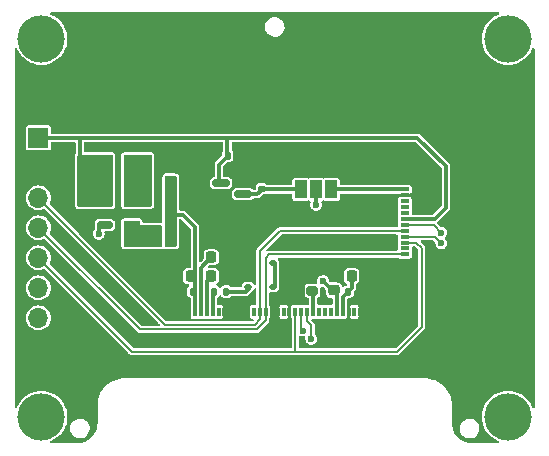
<source format=gbr>
%TF.GenerationSoftware,KiCad,Pcbnew,7.0.6*%
%TF.CreationDate,2023-07-27T19:46:57+01:00*%
%TF.ProjectId,Crenshaw,4372656e-7368-4617-972e-6b696361645f,V2.0*%
%TF.SameCoordinates,Original*%
%TF.FileFunction,Copper,L2,Bot*%
%TF.FilePolarity,Positive*%
%FSLAX46Y46*%
G04 Gerber Fmt 4.6, Leading zero omitted, Abs format (unit mm)*
G04 Created by KiCad (PCBNEW 7.0.6) date 2023-07-27 19:46:57*
%MOMM*%
%LPD*%
G01*
G04 APERTURE LIST*
G04 Aperture macros list*
%AMRoundRect*
0 Rectangle with rounded corners*
0 $1 Rounding radius*
0 $2 $3 $4 $5 $6 $7 $8 $9 X,Y pos of 4 corners*
0 Add a 4 corners polygon primitive as box body*
4,1,4,$2,$3,$4,$5,$6,$7,$8,$9,$2,$3,0*
0 Add four circle primitives for the rounded corners*
1,1,$1+$1,$2,$3*
1,1,$1+$1,$4,$5*
1,1,$1+$1,$6,$7*
1,1,$1+$1,$8,$9*
0 Add four rect primitives between the rounded corners*
20,1,$1+$1,$2,$3,$4,$5,0*
20,1,$1+$1,$4,$5,$6,$7,0*
20,1,$1+$1,$6,$7,$8,$9,0*
20,1,$1+$1,$8,$9,$2,$3,0*%
G04 Aperture macros list end*
%TA.AperFunction,SMDPad,CuDef*%
%ADD10R,0.300000X0.800000*%
%TD*%
%TA.AperFunction,SMDPad,CuDef*%
%ADD11R,0.400000X0.800000*%
%TD*%
%TA.AperFunction,ComponentPad*%
%ADD12R,1.700000X1.700000*%
%TD*%
%TA.AperFunction,ComponentPad*%
%ADD13O,1.700000X1.700000*%
%TD*%
%TA.AperFunction,ComponentPad*%
%ADD14C,4.000000*%
%TD*%
%TA.AperFunction,SMDPad,CuDef*%
%ADD15RoundRect,0.135000X0.135000X0.185000X-0.135000X0.185000X-0.135000X-0.185000X0.135000X-0.185000X0*%
%TD*%
%TA.AperFunction,SMDPad,CuDef*%
%ADD16RoundRect,0.225000X0.250000X-0.225000X0.250000X0.225000X-0.250000X0.225000X-0.250000X-0.225000X0*%
%TD*%
%TA.AperFunction,SMDPad,CuDef*%
%ADD17RoundRect,0.112500X0.187500X0.112500X-0.187500X0.112500X-0.187500X-0.112500X0.187500X-0.112500X0*%
%TD*%
%TA.AperFunction,SMDPad,CuDef*%
%ADD18RoundRect,0.225000X-0.225000X-0.250000X0.225000X-0.250000X0.225000X0.250000X-0.225000X0.250000X0*%
%TD*%
%TA.AperFunction,SMDPad,CuDef*%
%ADD19R,0.800000X2.700000*%
%TD*%
%TA.AperFunction,SMDPad,CuDef*%
%ADD20RoundRect,0.150000X0.587500X0.150000X-0.587500X0.150000X-0.587500X-0.150000X0.587500X-0.150000X0*%
%TD*%
%TA.AperFunction,SMDPad,CuDef*%
%ADD21RoundRect,0.225000X0.225000X0.250000X-0.225000X0.250000X-0.225000X-0.250000X0.225000X-0.250000X0*%
%TD*%
%TA.AperFunction,SMDPad,CuDef*%
%ADD22RoundRect,0.112500X-0.187500X-0.112500X0.187500X-0.112500X0.187500X0.112500X-0.187500X0.112500X0*%
%TD*%
%TA.AperFunction,SMDPad,CuDef*%
%ADD23RoundRect,0.140000X0.140000X0.170000X-0.140000X0.170000X-0.140000X-0.170000X0.140000X-0.170000X0*%
%TD*%
%TA.AperFunction,SMDPad,CuDef*%
%ADD24RoundRect,0.140000X-0.140000X-0.170000X0.140000X-0.170000X0.140000X0.170000X-0.140000X0.170000X0*%
%TD*%
%TA.AperFunction,SMDPad,CuDef*%
%ADD25RoundRect,0.140000X0.170000X-0.140000X0.170000X0.140000X-0.170000X0.140000X-0.170000X-0.140000X0*%
%TD*%
%TA.AperFunction,SMDPad,CuDef*%
%ADD26R,1.000000X1.500000*%
%TD*%
%TA.AperFunction,SMDPad,CuDef*%
%ADD27RoundRect,0.135000X-0.135000X-0.185000X0.135000X-0.185000X0.135000X0.185000X-0.135000X0.185000X0*%
%TD*%
%TA.AperFunction,SMDPad,CuDef*%
%ADD28R,0.800000X0.300000*%
%TD*%
%TA.AperFunction,SMDPad,CuDef*%
%ADD29R,0.800000X0.400000*%
%TD*%
%TA.AperFunction,SMDPad,CuDef*%
%ADD30RoundRect,0.150000X0.512500X0.150000X-0.512500X0.150000X-0.512500X-0.150000X0.512500X-0.150000X0*%
%TD*%
%TA.AperFunction,SMDPad,CuDef*%
%ADD31RoundRect,0.200000X0.275000X-0.200000X0.275000X0.200000X-0.275000X0.200000X-0.275000X-0.200000X0*%
%TD*%
%TA.AperFunction,ViaPad*%
%ADD32C,0.600000*%
%TD*%
%TA.AperFunction,Conductor*%
%ADD33C,0.200000*%
%TD*%
%TA.AperFunction,Conductor*%
%ADD34C,0.300000*%
%TD*%
G04 APERTURE END LIST*
D10*
%TO.P,J2,1,NC(GND)*%
%TO.N,GND*%
X47750000Y-47100000D03*
%TO.P,J2,2,VCC*%
%TO.N,+13V*%
X48250000Y-47100000D03*
%TO.P,J2,3,VCOMH*%
%TO.N,Net-(J2-VCOMH)*%
X48750000Y-47100000D03*
%TO.P,J2,4,VDDIO*%
%TO.N,Net-(J2-VDDIO)*%
X49250000Y-47100000D03*
%TO.P,J2,5,VSL*%
%TO.N,Net-(J2-VSL)*%
X49750000Y-47100000D03*
%TO.P,J2,6,NC*%
%TO.N,unconnected-(J2-NC-Pad6)*%
X50250000Y-47100000D03*
%TO.P,J2,7,D7*%
%TO.N,GND*%
X50750000Y-47100000D03*
%TO.P,J2,8,D6*%
X51250000Y-47100000D03*
%TO.P,J2,9,D5*%
X51750000Y-47100000D03*
%TO.P,J2,10,D4*%
X52250000Y-47100000D03*
%TO.P,J2,11,D3*%
X52750000Y-47100000D03*
%TO.P,J2,12,D2*%
%TO.N,unconnected-(J2-D2-Pad12)*%
X53250000Y-47100000D03*
%TO.P,J2,13,D1*%
%TO.N,MOSI*%
X53750000Y-47100000D03*
%TO.P,J2,14,D0*%
%TO.N,SCK*%
X54250000Y-47100000D03*
%TO.P,J2,15,E/~{RD}*%
%TO.N,GND*%
X54750000Y-47100000D03*
%TO.P,J2,16,R/~{W}*%
X55250000Y-47100000D03*
%TO.P,J2,17,BS0*%
%TO.N,unconnected-(J2-BS0-Pad17)*%
X55750000Y-47100000D03*
%TO.P,J2,18,BS1*%
%TO.N,GND*%
X56250000Y-47100000D03*
%TO.P,J2,19,~{CS}*%
%TO.N,CS*%
X56750000Y-47100000D03*
%TO.P,J2,20,D/~{C}*%
%TO.N,DC*%
X57250000Y-47100000D03*
%TO.P,J2,21,~{RES}*%
%TO.N,~{RST}*%
X57750000Y-47100000D03*
%TO.P,J2,22,IREF*%
%TO.N,Net-(J2-IREF)*%
X58250000Y-47100000D03*
%TO.P,J2,23,GPIO1*%
%TO.N,unconnected-(J2-GPIO1-Pad23)*%
X58750000Y-47100000D03*
%TO.P,J2,24,GPIO0*%
%TO.N,unconnected-(J2-GPIO0-Pad24)*%
X59250000Y-47100000D03*
%TO.P,J2,25,NC*%
%TO.N,unconnected-(J2-NC-Pad25)*%
X59750000Y-47100000D03*
%TO.P,J2,26,VDD*%
%TO.N,+3V3*%
X60250000Y-47100000D03*
%TO.P,J2,27,VCI*%
%TO.N,Net-(J2-VCI)*%
X60750000Y-47100000D03*
%TO.P,J2,28,VSS*%
%TO.N,GND*%
X61250000Y-47100000D03*
%TO.P,J2,29,NC*%
%TO.N,unconnected-(J2-NC-Pad29)*%
X61750000Y-47100000D03*
%TO.P,J2,30,NC(GND)*%
%TO.N,GND*%
X62250000Y-47100000D03*
D11*
%TO.P,J2,MP*%
X63250000Y-49600000D03*
X46750000Y-49600000D03*
%TD*%
D12*
%TO.P,J1,1,Pin_1*%
%TO.N,+5V*%
X35000000Y-32380000D03*
D13*
%TO.P,J1,2,Pin_2*%
%TO.N,GND*%
X35000000Y-34920000D03*
%TO.P,J1,3,Pin_3*%
%TO.N,MOSI*%
X35000000Y-37460000D03*
%TO.P,J1,4,Pin_4*%
%TO.N,SCK*%
X35000000Y-40000000D03*
%TO.P,J1,5,Pin_5*%
%TO.N,CS*%
X35000000Y-42540000D03*
%TO.P,J1,6,Pin_6*%
%TO.N,DC*%
X35000000Y-45080000D03*
%TO.P,J1,7,Pin_7*%
%TO.N,~{RST}*%
X35000000Y-47620000D03*
D14*
%TO.P,J1,MP*%
%TO.N,N/C*%
X35250000Y-24000000D03*
X35250000Y-56000000D03*
X74750000Y-24000000D03*
X74750000Y-56000000D03*
%TD*%
D15*
%TO.P,R1,1*%
%TO.N,Net-(D1-A)*%
X50910000Y-45400000D03*
%TO.P,R1,2*%
%TO.N,Net-(J2-VSL)*%
X49890000Y-45400000D03*
%TD*%
%TO.P,R5,1*%
%TO.N,Net-(U1-FB)*%
X42760000Y-41200000D03*
%TO.P,R5,2*%
%TO.N,GND*%
X41740000Y-41200000D03*
%TD*%
D16*
%TO.P,C8,1*%
%TO.N,GND*%
X38900000Y-39275000D03*
%TO.P,C8,2*%
%TO.N,+5V*%
X38900000Y-37725000D03*
%TD*%
D17*
%TO.P,D3,1,K*%
%TO.N,+13V*%
X46300000Y-35899999D03*
%TO.P,D3,2,A*%
%TO.N,Net-(D3-A)*%
X44200000Y-35899999D03*
%TD*%
D18*
%TO.P,C3,1*%
%TO.N,Net-(J2-VCOMH)*%
X49625000Y-42500000D03*
%TO.P,C3,2*%
%TO.N,GND*%
X51175000Y-42500000D03*
%TD*%
D19*
%TO.P,L1,1*%
%TO.N,Net-(D3-A)*%
X42900000Y-35200000D03*
%TO.P,L1,2*%
%TO.N,+5V*%
X40600000Y-35200000D03*
%TD*%
D20*
%TO.P,U2,1,GND*%
%TO.N,GND*%
X52337500Y-35250000D03*
%TO.P,U2,2,VO*%
%TO.N,+3V3_LDO*%
X52337500Y-37150000D03*
%TO.P,U2,3,VI*%
%TO.N,+5V*%
X50462500Y-36200000D03*
%TD*%
D21*
%TO.P,C2,1*%
%TO.N,+13V*%
X47875000Y-44100000D03*
%TO.P,C2,2*%
%TO.N,GND*%
X46325000Y-44100000D03*
%TD*%
D22*
%TO.P,D2,1,K*%
%TO.N,GND*%
X52750000Y-43000000D03*
%TO.P,D2,2,A*%
%TO.N,Net-(D1-K)*%
X54850000Y-43000000D03*
%TD*%
D23*
%TO.P,C1,1*%
%TO.N,+13V*%
X48080000Y-45400000D03*
%TO.P,C1,2*%
%TO.N,GND*%
X47120000Y-45400000D03*
%TD*%
D18*
%TO.P,C4,1*%
%TO.N,Net-(J2-VDDIO)*%
X49625000Y-44100000D03*
%TO.P,C4,2*%
%TO.N,GND*%
X51175000Y-44100000D03*
%TD*%
%TO.P,C7,1*%
%TO.N,Net-(J2-VCI)*%
X61525000Y-44100000D03*
%TO.P,C7,2*%
%TO.N,GND*%
X63075000Y-44100000D03*
%TD*%
D17*
%TO.P,D1,1,K*%
%TO.N,Net-(D1-K)*%
X54850000Y-45000000D03*
%TO.P,D1,2,A*%
%TO.N,Net-(D1-A)*%
X52750000Y-45000000D03*
%TD*%
D24*
%TO.P,C9,1*%
%TO.N,Net-(U1-FB)*%
X45120000Y-40200000D03*
%TO.P,C9,2*%
%TO.N,+13V*%
X46080000Y-40200000D03*
%TD*%
D16*
%TO.P,C5,1*%
%TO.N,+3V3*%
X60000000Y-45275000D03*
%TO.P,C5,2*%
%TO.N,GND*%
X60000000Y-43725000D03*
%TD*%
D25*
%TO.P,C12,1*%
%TO.N,+3V3_LDO*%
X53900001Y-36680000D03*
%TO.P,C12,2*%
%TO.N,GND*%
X53900001Y-35720000D03*
%TD*%
D18*
%TO.P,C10,1*%
%TO.N,GND*%
X44625000Y-38900000D03*
%TO.P,C10,2*%
%TO.N,+13V*%
X46175000Y-38900000D03*
%TD*%
D26*
%TO.P,JP1,1,A*%
%TO.N,+3V3_VIK*%
X59800000Y-36750000D03*
%TO.P,JP1,2,C*%
%TO.N,+3V3*%
X58500000Y-36750000D03*
%TO.P,JP1,3,B*%
%TO.N,+3V3_LDO*%
X57200000Y-36750000D03*
%TD*%
D27*
%TO.P,R4,1*%
%TO.N,Net-(U1-FB)*%
X45090000Y-41200000D03*
%TO.P,R4,2*%
%TO.N,+13V*%
X46110000Y-41200000D03*
%TD*%
D24*
%TO.P,C11,1*%
%TO.N,+5V*%
X51020000Y-33900000D03*
%TO.P,C11,2*%
%TO.N,GND*%
X51980000Y-33900000D03*
%TD*%
D28*
%TO.P,J3,1,SCLK*%
%TO.N,SCK*%
X66000000Y-42250000D03*
%TO.P,J3,2,MISO*%
%TO.N,unconnected-(J3-MISO-Pad2)*%
X66000000Y-41750000D03*
%TO.P,J3,3,CS*%
%TO.N,CS*%
X66000000Y-41250000D03*
%TO.P,J3,4,GPIO2*%
%TO.N,~{RST}*%
X66000000Y-40750000D03*
%TO.P,J3,5,MOSI*%
%TO.N,MOSI*%
X66000000Y-40250000D03*
%TO.P,J3,6,GPIO1*%
%TO.N,DC*%
X66000000Y-39750000D03*
%TO.P,J3,7,5V*%
%TO.N,+5V*%
X66000000Y-39250000D03*
%TO.P,J3,8,RGB*%
%TO.N,unconnected-(J3-RGB-Pad8)*%
X66000000Y-38750000D03*
%TO.P,J3,9,SCL*%
%TO.N,unconnected-(J3-SCL-Pad9)*%
X66000000Y-38250000D03*
%TO.P,J3,10,SDA*%
%TO.N,unconnected-(J3-SDA-Pad10)*%
X66000000Y-37750000D03*
%TO.P,J3,11,GND*%
%TO.N,GND*%
X66000000Y-37250000D03*
%TO.P,J3,12,3V3*%
%TO.N,+3V3_VIK*%
X66000000Y-36750000D03*
D29*
%TO.P,J3,MP*%
%TO.N,GND*%
X68500000Y-35750000D03*
X68500000Y-43250000D03*
%TD*%
D30*
%TO.P,U1,1,SW*%
%TO.N,Net-(D3-A)*%
X42887500Y-37849999D03*
%TO.P,U1,2,GND*%
%TO.N,GND*%
X42887500Y-38799999D03*
%TO.P,U1,3,FB*%
%TO.N,Net-(U1-FB)*%
X42887500Y-39749999D03*
%TO.P,U1,4,EN*%
%TO.N,+5V*%
X40612500Y-39749999D03*
%TO.P,U1,5,VIN*%
X40612500Y-37849999D03*
%TD*%
D31*
%TO.P,R2,1*%
%TO.N,Net-(J2-IREF)*%
X58200000Y-45325000D03*
%TO.P,R2,2*%
%TO.N,GND*%
X58200000Y-43675000D03*
%TD*%
D24*
%TO.P,C6,1*%
%TO.N,Net-(J2-VCI)*%
X61220000Y-45400000D03*
%TO.P,C6,2*%
%TO.N,GND*%
X62180000Y-45400000D03*
%TD*%
D32*
%TO.N,GND*%
X62800000Y-45000000D03*
X55000000Y-46300000D03*
X39300000Y-40100000D03*
X67000000Y-36800000D03*
X53000000Y-43600000D03*
X52900000Y-35900000D03*
X45500000Y-43700000D03*
X45150000Y-37300000D03*
X54200000Y-35100000D03*
X60600000Y-42900000D03*
X58400000Y-42900000D03*
X46500000Y-45000000D03*
X52000000Y-43700000D03*
X65000000Y-41250000D03*
X52600000Y-34300000D03*
X58400000Y-41250000D03*
X61750000Y-46150000D03*
X52600001Y-33500000D03*
X65000000Y-37500000D03*
X59800000Y-42900000D03*
X63900000Y-44500000D03*
X57600000Y-42900000D03*
X59100000Y-46150000D03*
X41900000Y-38800000D03*
X38500001Y-40100000D03*
X51700000Y-46300000D03*
X41100000Y-40800000D03*
X50900001Y-46300000D03*
X46500000Y-45800000D03*
X56250000Y-46300000D03*
X52000000Y-42100000D03*
X53500002Y-35100000D03*
X63900000Y-43700000D03*
X65000000Y-38399999D03*
X62800000Y-45800000D03*
X53000000Y-42400000D03*
X45150000Y-38100000D03*
X52000000Y-42900000D03*
X45500000Y-44500000D03*
X67000000Y-37699999D03*
X52500000Y-46300000D03*
X52100001Y-35900000D03*
X52000000Y-44500000D03*
%TO.N,+3V3*%
X59100000Y-44500000D03*
X58500000Y-38050000D03*
%TO.N,+5V*%
X40100000Y-40500000D03*
X40100000Y-37200000D03*
%TO.N,~{RST}*%
X69100000Y-41300000D03*
X58100000Y-49400000D03*
%TO.N,DC*%
X69100000Y-40400000D03*
X57400000Y-48700000D03*
%TD*%
D33*
%TO.N,CS*%
X66980000Y-41250000D02*
X66000000Y-41250000D01*
X67440000Y-41710000D02*
X66980000Y-41250000D01*
X65330000Y-50500000D02*
X67440000Y-48390000D01*
X56750000Y-50500000D02*
X65330000Y-50500000D01*
X67440000Y-48390000D02*
X67440000Y-41710000D01*
D34*
%TO.N,+13V*%
X47200000Y-38900000D02*
X48250000Y-39950000D01*
X46175000Y-38900000D02*
X47200000Y-38900000D01*
X48250000Y-39950000D02*
X48250000Y-47100000D01*
%TO.N,Net-(J2-VCOMH)*%
X48750000Y-43375000D02*
X49625000Y-42500000D01*
X48750000Y-43375000D02*
X48750000Y-47100000D01*
%TO.N,Net-(J2-VDDIO)*%
X49250000Y-44475000D02*
X49250000Y-47100000D01*
X49250000Y-44475000D02*
X49625000Y-44100000D01*
%TO.N,+3V3*%
X60250000Y-45525000D02*
X60000000Y-45275000D01*
X58500000Y-38050000D02*
X58500000Y-36750000D01*
X60250000Y-47100000D02*
X60250000Y-45525000D01*
X59875000Y-45275000D02*
X59100000Y-44500000D01*
%TO.N,Net-(J2-VCI)*%
X60750000Y-47100000D02*
X60750000Y-45870000D01*
X61525000Y-45095000D02*
X61220000Y-45400000D01*
X61525000Y-44100000D02*
X61525000Y-45095000D01*
X60750000Y-45870000D02*
X61220000Y-45400000D01*
%TO.N,+5V*%
X38500000Y-34100000D02*
X38500000Y-32380000D01*
X40100000Y-40500000D02*
X40100000Y-39800000D01*
X38500000Y-32380000D02*
X51000000Y-32380000D01*
X51000000Y-33880000D02*
X51000000Y-32380000D01*
X67080000Y-32380000D02*
X69500000Y-34800000D01*
X35000000Y-32380000D02*
X38500000Y-32380000D01*
X68550000Y-39250000D02*
X66000000Y-39250000D01*
X50262500Y-36200000D02*
X50262500Y-34657500D01*
X51000000Y-32380000D02*
X67080000Y-32380000D01*
X69500000Y-34800000D02*
X69500000Y-38300000D01*
X69500000Y-38300000D02*
X68550000Y-39250000D01*
X50262500Y-34657500D02*
X51020000Y-33900000D01*
%TO.N,Net-(D1-K)*%
X55050000Y-45000000D02*
X55050000Y-43000000D01*
%TO.N,Net-(D1-A)*%
X52550000Y-45400000D02*
X52950000Y-45000000D01*
X50910000Y-45400000D02*
X52550000Y-45400000D01*
%TO.N,Net-(J2-VSL)*%
X49750000Y-45540000D02*
X49890000Y-45400000D01*
X49750000Y-47100000D02*
X49750000Y-45540000D01*
D33*
%TO.N,MOSI*%
X45740000Y-48200000D02*
X53300000Y-48200000D01*
X53750000Y-47100000D02*
X53750000Y-41950000D01*
X53750000Y-47750000D02*
X53750000Y-47100000D01*
X53300000Y-48200000D02*
X53750000Y-47750000D01*
X35000000Y-37460000D02*
X45740000Y-48200000D01*
X55450000Y-40250000D02*
X66000000Y-40250000D01*
X53750000Y-41950000D02*
X55450000Y-40250000D01*
%TO.N,SCK*%
X66000000Y-42250000D02*
X54550000Y-42250000D01*
X43600000Y-48600000D02*
X53465686Y-48600000D01*
X54550000Y-42250000D02*
X54250000Y-42550000D01*
X54250000Y-42550000D02*
X54250000Y-47100000D01*
X54250000Y-47815686D02*
X54250000Y-47100000D01*
X53465686Y-48600000D02*
X54250000Y-47815686D01*
X35000000Y-40000000D02*
X43600000Y-48600000D01*
D34*
%TO.N,Net-(J2-IREF)*%
X58250000Y-45375000D02*
X58200000Y-45325000D01*
X58250000Y-47100000D02*
X58250000Y-45375000D01*
D33*
%TO.N,CS*%
X56750000Y-50500000D02*
X42960000Y-50500000D01*
X56750000Y-47100000D02*
X56750000Y-50500000D01*
X42960000Y-50500000D02*
X35000000Y-42540000D01*
D34*
%TO.N,+3V3_LDO*%
X57200000Y-36750000D02*
X53970001Y-36750000D01*
X53530000Y-37150000D02*
X54000000Y-36680000D01*
X52537500Y-37149999D02*
X53530000Y-37150000D01*
D33*
%TO.N,~{RST}*%
X69100000Y-41300000D02*
X68550000Y-40750000D01*
X58100000Y-48251471D02*
X57750000Y-47901471D01*
X58100000Y-49400000D02*
X58100000Y-48251471D01*
X57750000Y-47901471D02*
X57750000Y-47100000D01*
X68550000Y-40750000D02*
X66000000Y-40750000D01*
%TO.N,DC*%
X57400000Y-48700000D02*
X57250000Y-48550000D01*
X69100000Y-40400000D02*
X68450000Y-39750000D01*
X57250000Y-48550000D02*
X57250000Y-47100000D01*
X68450000Y-39750000D02*
X66000000Y-39750000D01*
D34*
%TO.N,+3V3_VIK*%
X66000000Y-36750000D02*
X59850000Y-36750000D01*
%TD*%
%TA.AperFunction,Conductor*%
%TO.N,GND*%
G36*
X59002244Y-44992926D02*
G01*
X59028039Y-45000500D01*
X59063810Y-45000500D01*
X59122001Y-45019407D01*
X59133813Y-45029496D01*
X59295503Y-45191185D01*
X59323281Y-45245702D01*
X59324500Y-45261189D01*
X59324500Y-45533489D01*
X59328148Y-45556519D01*
X59336603Y-45609907D01*
X59340281Y-45633125D01*
X59340283Y-45633132D01*
X59401470Y-45753217D01*
X59401472Y-45753220D01*
X59496780Y-45848528D01*
X59496782Y-45848529D01*
X59616867Y-45909716D01*
X59616869Y-45909716D01*
X59616874Y-45909719D01*
X59692541Y-45921703D01*
X59716510Y-45925500D01*
X59716512Y-45925500D01*
X59800500Y-45925500D01*
X59858691Y-45944407D01*
X59894655Y-45993907D01*
X59899500Y-46024500D01*
X59899500Y-46400500D01*
X59880593Y-46458691D01*
X59831093Y-46494655D01*
X59800500Y-46499500D01*
X59580248Y-46499500D01*
X59519314Y-46511621D01*
X59480686Y-46511621D01*
X59419751Y-46499500D01*
X59419748Y-46499500D01*
X59080252Y-46499500D01*
X59080248Y-46499500D01*
X59019314Y-46511621D01*
X58980686Y-46511621D01*
X58919751Y-46499500D01*
X58919748Y-46499500D01*
X58699500Y-46499500D01*
X58641309Y-46480593D01*
X58605345Y-46431093D01*
X58600500Y-46400500D01*
X58600500Y-45971213D01*
X58619407Y-45913022D01*
X58654555Y-45883004D01*
X58691724Y-45864065D01*
X58713342Y-45853050D01*
X58803050Y-45763342D01*
X58860646Y-45650304D01*
X58875500Y-45556519D01*
X58875499Y-45093482D01*
X58875499Y-45093481D01*
X58875499Y-45089592D01*
X58877142Y-45089592D01*
X58889943Y-45036213D01*
X58936459Y-44996465D01*
X58997455Y-44991650D01*
X59002244Y-44992926D01*
G37*
%TD.AperFunction*%
%TA.AperFunction,Conductor*%
G36*
X65358691Y-40569407D02*
G01*
X65394655Y-40618907D01*
X65399500Y-40649500D01*
X65399500Y-40919751D01*
X65411621Y-40980686D01*
X65411621Y-41019314D01*
X65399500Y-41080248D01*
X65399500Y-41419750D01*
X65411621Y-41480684D01*
X65411621Y-41519311D01*
X65399500Y-41580246D01*
X65399500Y-41850500D01*
X65380593Y-41908691D01*
X65331093Y-41944655D01*
X65300500Y-41949500D01*
X54615164Y-41949500D01*
X54601488Y-41947267D01*
X54601317Y-41948494D01*
X54592233Y-41947226D01*
X54551886Y-41949092D01*
X54544206Y-41949447D01*
X54541930Y-41949500D01*
X54522153Y-41949500D01*
X54518658Y-41950153D01*
X54511845Y-41950943D01*
X54480010Y-41952414D01*
X54480006Y-41952415D01*
X54471015Y-41956385D01*
X54449227Y-41963132D01*
X54439570Y-41964937D01*
X54439565Y-41964939D01*
X54431057Y-41970207D01*
X54371627Y-41984761D01*
X54314994Y-41961604D01*
X54282787Y-41909581D01*
X54287311Y-41848563D01*
X54308940Y-41816030D01*
X55545475Y-40579496D01*
X55599992Y-40551719D01*
X55615479Y-40550500D01*
X65300500Y-40550500D01*
X65358691Y-40569407D01*
G37*
%TD.AperFunction*%
%TA.AperFunction,Conductor*%
G36*
X73989602Y-21769407D02*
G01*
X74025566Y-21818907D01*
X74025566Y-21880093D01*
X73989602Y-21929593D01*
X73963234Y-21943246D01*
X73906099Y-21962640D01*
X73906088Y-21962645D01*
X73647388Y-22090222D01*
X73407549Y-22250477D01*
X73407536Y-22250487D01*
X73190682Y-22440664D01*
X73190664Y-22440682D01*
X73000487Y-22657536D01*
X73000477Y-22657549D01*
X72840222Y-22897388D01*
X72712645Y-23156088D01*
X72712640Y-23156099D01*
X72619920Y-23429240D01*
X72563643Y-23712163D01*
X72544778Y-23999999D01*
X72544778Y-24000000D01*
X72563643Y-24287836D01*
X72619920Y-24570759D01*
X72712640Y-24843900D01*
X72712645Y-24843911D01*
X72840222Y-25102611D01*
X73000477Y-25342450D01*
X73000487Y-25342463D01*
X73190664Y-25559317D01*
X73190673Y-25559327D01*
X73190681Y-25559334D01*
X73190682Y-25559335D01*
X73407536Y-25749512D01*
X73407543Y-25749517D01*
X73407546Y-25749520D01*
X73647389Y-25909778D01*
X73906098Y-26037359D01*
X74035659Y-26081339D01*
X74179240Y-26130079D01*
X74179242Y-26130079D01*
X74179247Y-26130081D01*
X74462161Y-26186356D01*
X74750000Y-26205222D01*
X75037839Y-26186356D01*
X75320753Y-26130081D01*
X75593902Y-26037359D01*
X75852611Y-25909778D01*
X76092454Y-25749520D01*
X76309327Y-25559327D01*
X76499520Y-25342454D01*
X76659778Y-25102611D01*
X76787359Y-24843902D01*
X76806754Y-24786765D01*
X76843363Y-24737741D01*
X76901796Y-24719597D01*
X76959734Y-24739265D01*
X76995047Y-24789232D01*
X76999500Y-24818589D01*
X76999500Y-55181410D01*
X76980593Y-55239601D01*
X76931093Y-55275565D01*
X76869907Y-55275565D01*
X76820407Y-55239601D01*
X76806754Y-55213233D01*
X76795951Y-55181410D01*
X76787359Y-55156098D01*
X76659778Y-54897389D01*
X76499520Y-54657546D01*
X76499517Y-54657543D01*
X76499512Y-54657536D01*
X76309335Y-54440682D01*
X76309334Y-54440681D01*
X76309327Y-54440673D01*
X76309317Y-54440664D01*
X76092463Y-54250487D01*
X76092450Y-54250477D01*
X75852611Y-54090222D01*
X75593911Y-53962645D01*
X75593900Y-53962640D01*
X75320759Y-53869920D01*
X75037836Y-53813643D01*
X74750000Y-53794778D01*
X74462163Y-53813643D01*
X74179240Y-53869920D01*
X73906099Y-53962640D01*
X73906088Y-53962645D01*
X73647388Y-54090222D01*
X73407549Y-54250477D01*
X73407536Y-54250487D01*
X73190682Y-54440664D01*
X73190664Y-54440682D01*
X73000487Y-54657536D01*
X73000477Y-54657549D01*
X72840222Y-54897388D01*
X72712645Y-55156088D01*
X72712640Y-55156099D01*
X72619920Y-55429240D01*
X72563643Y-55712163D01*
X72544778Y-55999999D01*
X72544778Y-56000000D01*
X72563643Y-56287836D01*
X72619920Y-56570759D01*
X72712640Y-56843900D01*
X72712645Y-56843911D01*
X72840222Y-57102611D01*
X73000477Y-57342450D01*
X73000487Y-57342463D01*
X73190664Y-57559317D01*
X73190673Y-57559327D01*
X73190681Y-57559334D01*
X73190682Y-57559335D01*
X73407536Y-57749512D01*
X73407543Y-57749517D01*
X73407546Y-57749520D01*
X73647389Y-57909778D01*
X73906098Y-58037359D01*
X73963234Y-58056754D01*
X74012259Y-58093363D01*
X74030403Y-58151796D01*
X74010735Y-58209734D01*
X73960768Y-58245047D01*
X73931411Y-58249500D01*
X71751772Y-58249500D01*
X71748239Y-58249374D01*
X71508084Y-58232198D01*
X71494103Y-58230188D01*
X71264024Y-58180137D01*
X71250471Y-58176157D01*
X71029865Y-58093875D01*
X71017016Y-58088007D01*
X70810363Y-57975166D01*
X70798481Y-57967530D01*
X70609992Y-57826429D01*
X70599316Y-57817179D01*
X70432820Y-57650683D01*
X70423570Y-57640007D01*
X70293729Y-57466559D01*
X70282467Y-57451515D01*
X70274833Y-57439636D01*
X70221765Y-57342450D01*
X70161991Y-57232981D01*
X70156124Y-57220134D01*
X70124185Y-57134502D01*
X70073840Y-56999522D01*
X70069863Y-56985981D01*
X70063121Y-56954989D01*
X70669845Y-56954989D01*
X70679578Y-57134502D01*
X70703987Y-57222416D01*
X70727673Y-57307723D01*
X70811881Y-57466556D01*
X70811883Y-57466559D01*
X70890681Y-57559327D01*
X70928265Y-57603574D01*
X71071382Y-57712369D01*
X71234541Y-57787854D01*
X71410113Y-57826500D01*
X71410117Y-57826500D01*
X71544816Y-57826500D01*
X71678721Y-57811937D01*
X71849085Y-57754535D01*
X72003126Y-57661851D01*
X72133642Y-57538220D01*
X72234529Y-57389423D01*
X72301070Y-57222416D01*
X72330155Y-57045010D01*
X72320422Y-56865499D01*
X72272327Y-56692277D01*
X72188119Y-56533444D01*
X72161207Y-56501761D01*
X72071736Y-56396427D01*
X72071735Y-56396426D01*
X71995073Y-56338149D01*
X71928618Y-56287631D01*
X71765459Y-56212146D01*
X71589887Y-56173500D01*
X71455184Y-56173500D01*
X71321276Y-56188063D01*
X71150914Y-56245465D01*
X70996872Y-56338150D01*
X70866357Y-56461780D01*
X70765470Y-56610578D01*
X70698930Y-56777582D01*
X70698930Y-56777585D01*
X70669845Y-56954989D01*
X70063121Y-56954989D01*
X70019810Y-56755889D01*
X70017802Y-56741922D01*
X70000626Y-56501760D01*
X70000500Y-56498228D01*
X70000500Y-54863874D01*
X70000498Y-54863857D01*
X69975447Y-54657549D01*
X69967682Y-54593595D01*
X69902526Y-54329246D01*
X69805981Y-54074678D01*
X69698516Y-53869920D01*
X69679456Y-53833603D01*
X69679453Y-53833598D01*
X69524797Y-53609543D01*
X69524794Y-53609538D01*
X69344252Y-53405748D01*
X69140462Y-53225206D01*
X69105321Y-53200950D01*
X68916401Y-53070546D01*
X68916396Y-53070543D01*
X68675325Y-52944020D01*
X68631074Y-52927238D01*
X68420754Y-52847474D01*
X68420749Y-52847472D01*
X68420748Y-52847472D01*
X68156409Y-52782318D01*
X68156393Y-52782316D01*
X67886142Y-52749501D01*
X67886134Y-52749500D01*
X67886130Y-52749500D01*
X67774674Y-52749500D01*
X42294170Y-52749500D01*
X42250000Y-52749500D01*
X42113870Y-52749500D01*
X42113866Y-52749500D01*
X42113857Y-52749501D01*
X41843606Y-52782316D01*
X41843590Y-52782318D01*
X41579251Y-52847472D01*
X41324674Y-52944020D01*
X41083603Y-53070543D01*
X41083598Y-53070546D01*
X40859543Y-53225202D01*
X40655753Y-53405743D01*
X40655743Y-53405753D01*
X40475202Y-53609543D01*
X40320546Y-53833598D01*
X40320543Y-53833603D01*
X40194020Y-54074674D01*
X40097472Y-54329251D01*
X40032318Y-54593590D01*
X40032316Y-54593606D01*
X39999501Y-54863857D01*
X39999500Y-54863874D01*
X39999500Y-56498228D01*
X39999374Y-56501761D01*
X39982198Y-56741915D01*
X39980188Y-56755896D01*
X39930137Y-56985975D01*
X39926157Y-56999528D01*
X39843875Y-57220134D01*
X39838007Y-57232983D01*
X39725166Y-57439636D01*
X39717530Y-57451518D01*
X39576429Y-57640007D01*
X39567179Y-57650683D01*
X39400683Y-57817179D01*
X39390007Y-57826429D01*
X39201518Y-57967530D01*
X39189636Y-57975166D01*
X38982983Y-58088007D01*
X38970134Y-58093875D01*
X38749528Y-58176157D01*
X38735975Y-58180137D01*
X38505896Y-58230188D01*
X38491915Y-58232198D01*
X38251761Y-58249374D01*
X38248228Y-58249500D01*
X36068589Y-58249500D01*
X36010398Y-58230593D01*
X35974434Y-58181093D01*
X35974434Y-58119907D01*
X36010398Y-58070407D01*
X36036766Y-58056754D01*
X36093902Y-58037359D01*
X36352611Y-57909778D01*
X36592454Y-57749520D01*
X36809327Y-57559327D01*
X36999520Y-57342454D01*
X37159778Y-57102611D01*
X37232577Y-56954989D01*
X37669845Y-56954989D01*
X37679578Y-57134502D01*
X37703987Y-57222416D01*
X37727673Y-57307723D01*
X37811881Y-57466556D01*
X37811883Y-57466559D01*
X37890681Y-57559327D01*
X37928265Y-57603574D01*
X38071382Y-57712369D01*
X38234541Y-57787854D01*
X38410113Y-57826500D01*
X38410117Y-57826500D01*
X38544816Y-57826500D01*
X38678721Y-57811937D01*
X38849085Y-57754535D01*
X39003126Y-57661851D01*
X39133642Y-57538220D01*
X39234529Y-57389423D01*
X39301070Y-57222416D01*
X39330155Y-57045010D01*
X39320422Y-56865499D01*
X39272327Y-56692277D01*
X39188119Y-56533444D01*
X39161207Y-56501761D01*
X39071736Y-56396427D01*
X39071735Y-56396426D01*
X38995073Y-56338149D01*
X38928618Y-56287631D01*
X38765459Y-56212146D01*
X38589887Y-56173500D01*
X38455184Y-56173500D01*
X38321276Y-56188063D01*
X38150914Y-56245465D01*
X37996872Y-56338150D01*
X37866357Y-56461780D01*
X37765470Y-56610578D01*
X37698930Y-56777582D01*
X37698930Y-56777585D01*
X37669845Y-56954989D01*
X37232577Y-56954989D01*
X37287359Y-56843902D01*
X37380081Y-56570753D01*
X37436356Y-56287839D01*
X37455222Y-56000000D01*
X37436356Y-55712161D01*
X37380081Y-55429247D01*
X37287359Y-55156098D01*
X37159778Y-54897389D01*
X36999520Y-54657546D01*
X36999517Y-54657543D01*
X36999512Y-54657536D01*
X36809335Y-54440682D01*
X36809334Y-54440681D01*
X36809327Y-54440673D01*
X36809317Y-54440664D01*
X36592463Y-54250487D01*
X36592450Y-54250477D01*
X36352611Y-54090222D01*
X36093911Y-53962645D01*
X36093900Y-53962640D01*
X35820759Y-53869920D01*
X35537836Y-53813643D01*
X35250000Y-53794778D01*
X34962163Y-53813643D01*
X34679240Y-53869920D01*
X34406099Y-53962640D01*
X34406088Y-53962645D01*
X34147388Y-54090222D01*
X33907549Y-54250477D01*
X33907536Y-54250487D01*
X33690682Y-54440664D01*
X33690664Y-54440682D01*
X33500487Y-54657536D01*
X33500477Y-54657549D01*
X33340222Y-54897388D01*
X33212645Y-55156088D01*
X33212640Y-55156100D01*
X33193246Y-55213233D01*
X33156637Y-55262258D01*
X33098203Y-55280402D01*
X33040265Y-55260734D01*
X33004953Y-55210767D01*
X33000500Y-55181410D01*
X33000500Y-47620003D01*
X33944417Y-47620003D01*
X33964698Y-47825929D01*
X33964699Y-47825934D01*
X34024768Y-48023954D01*
X34122316Y-48206452D01*
X34253585Y-48366404D01*
X34253590Y-48366410D01*
X34253595Y-48366414D01*
X34413547Y-48497683D01*
X34413548Y-48497683D01*
X34413550Y-48497685D01*
X34596046Y-48595232D01*
X34723707Y-48633957D01*
X34794065Y-48655300D01*
X34794070Y-48655301D01*
X34999997Y-48675583D01*
X35000000Y-48675583D01*
X35000003Y-48675583D01*
X35205929Y-48655301D01*
X35205934Y-48655300D01*
X35254743Y-48640494D01*
X35403954Y-48595232D01*
X35586450Y-48497685D01*
X35746410Y-48366410D01*
X35877685Y-48206450D01*
X35975232Y-48023954D01*
X36035300Y-47825934D01*
X36035301Y-47825929D01*
X36055583Y-47620003D01*
X36055583Y-47619996D01*
X36035301Y-47414070D01*
X36035300Y-47414065D01*
X36017078Y-47353996D01*
X35975232Y-47216046D01*
X35877685Y-47033550D01*
X35746410Y-46873590D01*
X35746404Y-46873585D01*
X35586452Y-46742316D01*
X35403954Y-46644768D01*
X35205934Y-46584699D01*
X35205929Y-46584698D01*
X35000003Y-46564417D01*
X34999997Y-46564417D01*
X34794070Y-46584698D01*
X34794065Y-46584699D01*
X34596045Y-46644768D01*
X34413547Y-46742316D01*
X34253595Y-46873585D01*
X34253585Y-46873595D01*
X34122316Y-47033547D01*
X34024768Y-47216045D01*
X33964699Y-47414065D01*
X33964698Y-47414070D01*
X33944417Y-47619996D01*
X33944417Y-47620003D01*
X33000500Y-47620003D01*
X33000500Y-45080003D01*
X33944417Y-45080003D01*
X33964698Y-45285929D01*
X33964699Y-45285934D01*
X34024768Y-45483954D01*
X34122316Y-45666452D01*
X34215089Y-45779496D01*
X34253590Y-45826410D01*
X34253595Y-45826414D01*
X34413547Y-45957683D01*
X34413548Y-45957683D01*
X34413550Y-45957685D01*
X34596046Y-46055232D01*
X34733996Y-46097078D01*
X34794065Y-46115300D01*
X34794070Y-46115301D01*
X34999997Y-46135583D01*
X35000000Y-46135583D01*
X35000003Y-46135583D01*
X35205929Y-46115301D01*
X35205934Y-46115300D01*
X35205934Y-46115299D01*
X35403954Y-46055232D01*
X35586450Y-45957685D01*
X35746410Y-45826410D01*
X35877685Y-45666450D01*
X35975232Y-45483954D01*
X36035300Y-45285934D01*
X36035301Y-45285929D01*
X36055583Y-45080003D01*
X36055583Y-45079996D01*
X36035301Y-44874070D01*
X36035300Y-44874065D01*
X36006846Y-44780264D01*
X35975232Y-44676046D01*
X35877685Y-44493550D01*
X35869135Y-44483132D01*
X35746414Y-44333595D01*
X35746410Y-44333590D01*
X35616076Y-44226628D01*
X35586452Y-44202316D01*
X35403954Y-44104768D01*
X35205934Y-44044699D01*
X35205929Y-44044698D01*
X35000003Y-44024417D01*
X34999997Y-44024417D01*
X34794070Y-44044698D01*
X34794065Y-44044699D01*
X34596045Y-44104768D01*
X34413547Y-44202316D01*
X34253595Y-44333585D01*
X34253585Y-44333595D01*
X34122316Y-44493547D01*
X34024768Y-44676045D01*
X33964699Y-44874065D01*
X33964698Y-44874070D01*
X33944417Y-45079996D01*
X33944417Y-45080003D01*
X33000500Y-45080003D01*
X33000500Y-42540003D01*
X33944417Y-42540003D01*
X33964698Y-42745929D01*
X33964699Y-42745934D01*
X34024768Y-42943954D01*
X34122316Y-43126452D01*
X34162569Y-43175500D01*
X34253590Y-43286410D01*
X34253595Y-43286414D01*
X34413547Y-43417683D01*
X34413548Y-43417683D01*
X34413550Y-43417685D01*
X34596046Y-43515232D01*
X34733996Y-43557078D01*
X34794065Y-43575300D01*
X34794070Y-43575301D01*
X34999997Y-43595583D01*
X35000000Y-43595583D01*
X35000003Y-43595583D01*
X35205929Y-43575301D01*
X35205934Y-43575300D01*
X35205934Y-43575299D01*
X35403954Y-43515232D01*
X35434542Y-43498881D01*
X35494775Y-43488124D01*
X35549826Y-43514825D01*
X35551216Y-43516187D01*
X42701436Y-50666407D01*
X42709537Y-50677647D01*
X42710516Y-50676909D01*
X42716044Y-50684230D01*
X42751569Y-50716616D01*
X42753223Y-50718195D01*
X42760947Y-50725918D01*
X42767203Y-50732174D01*
X42770128Y-50734178D01*
X42775505Y-50738437D01*
X42799064Y-50759914D01*
X42799065Y-50759914D01*
X42799067Y-50759916D01*
X42808225Y-50763463D01*
X42828412Y-50774103D01*
X42836519Y-50779657D01*
X42867552Y-50786955D01*
X42874095Y-50788982D01*
X42886065Y-50793619D01*
X42896302Y-50797585D01*
X42903827Y-50800500D01*
X42913652Y-50800500D01*
X42936316Y-50803129D01*
X42945881Y-50805379D01*
X42973645Y-50801506D01*
X42977453Y-50800975D01*
X42984299Y-50800500D01*
X56693827Y-50800500D01*
X56694273Y-50800500D01*
X56721364Y-50804279D01*
X56721793Y-50804401D01*
X56761614Y-50800711D01*
X56766184Y-50800500D01*
X65264836Y-50800500D01*
X65278511Y-50802732D01*
X65278683Y-50801506D01*
X65287764Y-50802772D01*
X65287765Y-50802773D01*
X65287765Y-50802772D01*
X65287766Y-50802773D01*
X65296507Y-50802368D01*
X65335793Y-50800552D01*
X65338070Y-50800500D01*
X65357841Y-50800500D01*
X65357844Y-50800500D01*
X65361337Y-50799846D01*
X65368141Y-50799056D01*
X65399992Y-50797585D01*
X65408976Y-50793617D01*
X65430777Y-50786865D01*
X65440433Y-50785061D01*
X65467543Y-50768274D01*
X65473589Y-50765088D01*
X65502765Y-50752206D01*
X65509709Y-50745260D01*
X65527601Y-50731089D01*
X65535952Y-50725919D01*
X65555165Y-50700474D01*
X65559662Y-50695308D01*
X66581599Y-49673371D01*
X67606407Y-48648563D01*
X67617665Y-48640494D01*
X67616905Y-48639487D01*
X67624221Y-48633961D01*
X67624228Y-48633958D01*
X67656643Y-48598398D01*
X67658155Y-48596815D01*
X67672175Y-48582797D01*
X67674188Y-48579857D01*
X67678437Y-48574492D01*
X67699916Y-48550933D01*
X67703465Y-48541769D01*
X67714111Y-48521575D01*
X67719657Y-48513480D01*
X67726956Y-48482443D01*
X67728980Y-48475908D01*
X67740500Y-48446173D01*
X67740500Y-48436348D01*
X67743129Y-48413683D01*
X67745379Y-48404119D01*
X67742102Y-48380632D01*
X67740975Y-48372546D01*
X67740500Y-48365699D01*
X67740500Y-41775168D01*
X67742731Y-41761495D01*
X67741505Y-41761324D01*
X67742773Y-41752232D01*
X67741560Y-41725995D01*
X67740552Y-41704207D01*
X67740500Y-41701928D01*
X67740500Y-41682160D01*
X67740500Y-41682156D01*
X67739846Y-41678664D01*
X67739056Y-41671859D01*
X67737585Y-41640008D01*
X67733615Y-41631017D01*
X67726864Y-41609215D01*
X67725061Y-41599568D01*
X67725061Y-41599567D01*
X67708276Y-41572458D01*
X67705084Y-41566401D01*
X67692206Y-41537235D01*
X67692205Y-41537233D01*
X67685256Y-41530284D01*
X67671090Y-41512399D01*
X67665919Y-41504048D01*
X67640483Y-41484839D01*
X67635306Y-41480334D01*
X67374475Y-41219504D01*
X67346698Y-41164987D01*
X67356269Y-41104555D01*
X67399534Y-41061290D01*
X67444479Y-41050500D01*
X68384521Y-41050500D01*
X68442712Y-41069407D01*
X68454525Y-41079496D01*
X68569453Y-41194424D01*
X68597230Y-41248941D01*
X68597441Y-41278514D01*
X68594354Y-41299997D01*
X68594353Y-41300002D01*
X68614834Y-41442456D01*
X68656978Y-41534737D01*
X68674623Y-41573373D01*
X68765866Y-41678674D01*
X68768873Y-41682144D01*
X68889942Y-41759950D01*
X68889947Y-41759953D01*
X68989095Y-41789065D01*
X69028035Y-41800499D01*
X69028036Y-41800499D01*
X69028039Y-41800500D01*
X69028041Y-41800500D01*
X69171959Y-41800500D01*
X69171961Y-41800500D01*
X69310053Y-41759953D01*
X69431128Y-41682143D01*
X69525377Y-41573373D01*
X69585165Y-41442457D01*
X69605647Y-41300000D01*
X69585165Y-41157543D01*
X69525377Y-41026627D01*
X69431128Y-40917857D01*
X69428506Y-40914831D01*
X69404688Y-40858472D01*
X69418547Y-40798876D01*
X69428506Y-40785169D01*
X69462087Y-40746414D01*
X69525377Y-40673373D01*
X69585165Y-40542457D01*
X69599232Y-40444621D01*
X69605647Y-40400002D01*
X69605647Y-40399997D01*
X69585165Y-40257543D01*
X69581948Y-40250499D01*
X69525377Y-40126627D01*
X69431128Y-40017857D01*
X69431127Y-40017856D01*
X69431126Y-40017855D01*
X69310057Y-39940049D01*
X69310054Y-39940047D01*
X69310053Y-39940047D01*
X69310050Y-39940046D01*
X69171964Y-39899500D01*
X69171961Y-39899500D01*
X69065479Y-39899500D01*
X69007288Y-39880593D01*
X68995475Y-39870504D01*
X68781325Y-39656354D01*
X68753548Y-39601837D01*
X68763119Y-39541405D01*
X68778488Y-39519304D01*
X68802957Y-39492724D01*
X69714881Y-38580798D01*
X69730731Y-38567928D01*
X69740669Y-38561437D01*
X69761341Y-38534875D01*
X69765399Y-38530281D01*
X69768375Y-38527306D01*
X69774081Y-38519314D01*
X69781039Y-38509569D01*
X69812516Y-38469127D01*
X69816023Y-38462645D01*
X69819239Y-38456067D01*
X69819238Y-38456067D01*
X69819240Y-38456066D01*
X69833861Y-38406954D01*
X69850500Y-38358488D01*
X69850500Y-38358483D01*
X69851707Y-38351254D01*
X69852617Y-38343954D01*
X69850500Y-38292768D01*
X69850500Y-34846618D01*
X69852607Y-34826302D01*
X69852617Y-34826253D01*
X69855043Y-34814685D01*
X69850879Y-34781288D01*
X69850500Y-34775162D01*
X69850500Y-34770959D01*
X69846912Y-34749459D01*
X69840573Y-34698607D01*
X69840572Y-34698605D01*
X69840572Y-34698603D01*
X69838479Y-34691575D01*
X69836091Y-34684616D01*
X69811704Y-34639554D01*
X69789198Y-34593515D01*
X69784948Y-34587562D01*
X69780418Y-34581742D01*
X69742724Y-34547041D01*
X67360801Y-32165119D01*
X67347925Y-32149262D01*
X67341437Y-32139331D01*
X67314885Y-32118665D01*
X67310283Y-32114601D01*
X67307307Y-32111625D01*
X67289560Y-32098954D01*
X67249128Y-32067484D01*
X67242677Y-32063993D01*
X67236068Y-32060761D01*
X67236066Y-32060760D01*
X67186954Y-32046138D01*
X67138488Y-32029500D01*
X67138485Y-32029499D01*
X67131260Y-32028293D01*
X67123955Y-32027383D01*
X67123954Y-32027383D01*
X67123952Y-32027383D01*
X67072769Y-32029500D01*
X51016540Y-32029500D01*
X51012451Y-32029331D01*
X50970657Y-32025868D01*
X50970652Y-32025868D01*
X50968279Y-32026470D01*
X50943975Y-32029500D01*
X38516540Y-32029500D01*
X38512451Y-32029331D01*
X38470657Y-32025868D01*
X38470652Y-32025868D01*
X38468279Y-32026470D01*
X38443975Y-32029500D01*
X36149500Y-32029500D01*
X36091309Y-32010593D01*
X36055345Y-31961093D01*
X36050500Y-31930500D01*
X36050500Y-31510253D01*
X36050498Y-31510241D01*
X36047711Y-31496231D01*
X36038867Y-31451769D01*
X35994552Y-31385448D01*
X35994548Y-31385445D01*
X35928233Y-31341134D01*
X35928231Y-31341133D01*
X35928228Y-31341132D01*
X35928227Y-31341132D01*
X35869758Y-31329501D01*
X35869748Y-31329500D01*
X34130252Y-31329500D01*
X34130251Y-31329500D01*
X34130241Y-31329501D01*
X34071772Y-31341132D01*
X34071766Y-31341134D01*
X34005451Y-31385445D01*
X34005445Y-31385451D01*
X33961134Y-31451766D01*
X33961132Y-31451772D01*
X33949501Y-31510241D01*
X33949500Y-31510253D01*
X33949500Y-33249746D01*
X33949501Y-33249758D01*
X33961132Y-33308227D01*
X33961133Y-33308231D01*
X34005448Y-33374552D01*
X34071769Y-33418867D01*
X34116231Y-33427711D01*
X34130241Y-33430498D01*
X34130246Y-33430498D01*
X34130252Y-33430500D01*
X34130253Y-33430500D01*
X35869747Y-33430500D01*
X35869748Y-33430500D01*
X35928231Y-33418867D01*
X35994552Y-33374552D01*
X36038867Y-33308231D01*
X36050500Y-33249748D01*
X36050500Y-32829499D01*
X36069407Y-32771309D01*
X36118907Y-32735345D01*
X36149500Y-32730500D01*
X38050500Y-32730500D01*
X38108691Y-32749407D01*
X38144655Y-32798907D01*
X38149500Y-32829500D01*
X38149500Y-33706405D01*
X38135488Y-33757180D01*
X38123463Y-33777307D01*
X38123461Y-33777310D01*
X38104555Y-33835499D01*
X38094499Y-33898996D01*
X38094499Y-33898999D01*
X38094499Y-33899000D01*
X38094500Y-38101000D01*
X38097030Y-38133142D01*
X38097030Y-38133143D01*
X38101875Y-38163738D01*
X38102647Y-38168284D01*
X38102647Y-38168286D01*
X38138591Y-38252382D01*
X38138592Y-38252383D01*
X38174556Y-38301883D01*
X38198797Y-38329628D01*
X38277307Y-38376536D01*
X38335498Y-38395443D01*
X38347552Y-38397352D01*
X38398996Y-38405500D01*
X38399000Y-38405500D01*
X41200996Y-38405500D01*
X41201000Y-38405500D01*
X41233144Y-38402970D01*
X41248440Y-38400547D01*
X41263738Y-38398125D01*
X41264874Y-38397931D01*
X41268287Y-38397352D01*
X41352383Y-38361408D01*
X41401883Y-38325444D01*
X41429628Y-38301203D01*
X41476536Y-38222693D01*
X41495443Y-38164502D01*
X41500410Y-38133142D01*
X41505500Y-38101003D01*
X41505500Y-38101000D01*
X41994500Y-38101000D01*
X41997030Y-38133142D01*
X41997030Y-38133143D01*
X42001875Y-38163738D01*
X42002647Y-38168284D01*
X42002647Y-38168286D01*
X42038591Y-38252382D01*
X42038592Y-38252383D01*
X42074556Y-38301883D01*
X42098797Y-38329628D01*
X42177307Y-38376536D01*
X42235498Y-38395443D01*
X42247552Y-38397352D01*
X42298996Y-38405500D01*
X42299000Y-38405500D01*
X44500996Y-38405500D01*
X44501000Y-38405500D01*
X44533144Y-38402970D01*
X44548440Y-38400547D01*
X44563738Y-38398125D01*
X44564874Y-38397931D01*
X44568287Y-38397352D01*
X44652383Y-38361408D01*
X44701883Y-38325444D01*
X44729628Y-38301203D01*
X44776536Y-38222693D01*
X44795443Y-38164502D01*
X44800410Y-38133142D01*
X44805500Y-38101003D01*
X44805500Y-33899004D01*
X44805499Y-33898996D01*
X44802970Y-33866856D01*
X44798125Y-33836263D01*
X44797995Y-33835498D01*
X44797353Y-33831714D01*
X44797352Y-33831713D01*
X44761408Y-33747617D01*
X44751317Y-33733728D01*
X44725444Y-33698117D01*
X44701203Y-33670372D01*
X44622693Y-33623464D01*
X44622691Y-33623463D01*
X44622689Y-33623462D01*
X44564499Y-33604556D01*
X44564500Y-33604556D01*
X44501003Y-33594500D01*
X44501000Y-33594500D01*
X42299000Y-33594500D01*
X42266856Y-33597030D01*
X42251559Y-33599452D01*
X42236262Y-33601875D01*
X42231715Y-33602647D01*
X42231713Y-33602647D01*
X42147617Y-33638591D01*
X42098118Y-33674555D01*
X42070372Y-33698797D01*
X42023464Y-33777307D01*
X42023462Y-33777310D01*
X42004556Y-33835499D01*
X41994500Y-33898996D01*
X41994500Y-33899000D01*
X41994500Y-38101000D01*
X41505500Y-38101000D01*
X41505500Y-33899004D01*
X41505499Y-33898996D01*
X41502970Y-33866856D01*
X41498125Y-33836263D01*
X41497995Y-33835498D01*
X41497353Y-33831714D01*
X41497352Y-33831713D01*
X41461408Y-33747617D01*
X41451317Y-33733728D01*
X41425444Y-33698117D01*
X41401203Y-33670372D01*
X41322693Y-33623464D01*
X41322691Y-33623463D01*
X41322689Y-33623462D01*
X41264499Y-33604556D01*
X41264500Y-33604556D01*
X41201003Y-33594500D01*
X41201000Y-33594500D01*
X38949500Y-33594500D01*
X38891309Y-33575593D01*
X38855345Y-33526093D01*
X38850500Y-33495500D01*
X38850500Y-32829500D01*
X38869407Y-32771309D01*
X38918907Y-32735345D01*
X38949500Y-32730500D01*
X50550500Y-32730500D01*
X50608691Y-32749407D01*
X50644655Y-32798907D01*
X50649500Y-32829500D01*
X50649500Y-33437952D01*
X50630593Y-33496143D01*
X50620505Y-33507954D01*
X50596776Y-33531683D01*
X50596774Y-33531686D01*
X50546029Y-33640510D01*
X50546028Y-33640511D01*
X50539500Y-33690100D01*
X50539500Y-33843809D01*
X50520593Y-33902000D01*
X50510503Y-33913813D01*
X50047617Y-34376698D01*
X50031765Y-34389571D01*
X50021835Y-34396059D01*
X50021832Y-34396061D01*
X50001164Y-34422614D01*
X49997105Y-34427212D01*
X49994119Y-34430198D01*
X49981455Y-34447937D01*
X49949983Y-34488374D01*
X49946481Y-34494843D01*
X49943258Y-34501436D01*
X49928638Y-34550545D01*
X49911999Y-34599011D01*
X49910792Y-34606242D01*
X49909882Y-34613547D01*
X49912000Y-34664731D01*
X49912000Y-35603642D01*
X49893093Y-35661833D01*
X49843593Y-35697797D01*
X49827277Y-35701607D01*
X49805467Y-35704784D01*
X49773604Y-35709427D01*
X49668518Y-35760801D01*
X49585801Y-35843518D01*
X49534427Y-35948604D01*
X49534427Y-35948607D01*
X49524500Y-36016740D01*
X49524500Y-36383260D01*
X49527583Y-36404417D01*
X49534427Y-36451395D01*
X49558238Y-36500100D01*
X49585802Y-36556483D01*
X49668517Y-36639198D01*
X49722285Y-36665483D01*
X49773604Y-36690572D01*
X49773605Y-36690572D01*
X49773607Y-36690573D01*
X49841740Y-36700500D01*
X49841743Y-36700500D01*
X51083257Y-36700500D01*
X51083260Y-36700500D01*
X51151393Y-36690573D01*
X51256483Y-36639198D01*
X51339198Y-36556483D01*
X51390573Y-36451393D01*
X51400500Y-36383260D01*
X51400500Y-36016740D01*
X51390573Y-35948607D01*
X51377451Y-35921766D01*
X51345032Y-35855451D01*
X51339198Y-35843517D01*
X51256483Y-35760802D01*
X51256481Y-35760801D01*
X51151395Y-35709427D01*
X51124139Y-35705456D01*
X51083260Y-35699500D01*
X51083257Y-35699500D01*
X50712000Y-35699500D01*
X50653809Y-35680593D01*
X50617845Y-35631093D01*
X50613000Y-35600500D01*
X50613000Y-34843687D01*
X50631907Y-34785496D01*
X50641984Y-34773696D01*
X50976186Y-34439493D01*
X51030701Y-34411718D01*
X51046188Y-34410499D01*
X51199897Y-34410499D01*
X51199900Y-34410499D01*
X51249487Y-34403972D01*
X51249488Y-34403972D01*
X51308137Y-34376622D01*
X51358316Y-34353224D01*
X51443224Y-34268316D01*
X51493972Y-34159487D01*
X51500500Y-34109901D01*
X51500499Y-33690100D01*
X51493972Y-33640513D01*
X51493972Y-33640511D01*
X51443225Y-33531686D01*
X51443224Y-33531685D01*
X51443224Y-33531684D01*
X51379494Y-33467954D01*
X51351719Y-33413440D01*
X51350500Y-33397953D01*
X51350500Y-32829500D01*
X51369407Y-32771309D01*
X51418907Y-32735345D01*
X51449500Y-32730500D01*
X66893810Y-32730500D01*
X66952001Y-32749407D01*
X66963814Y-32759496D01*
X69120504Y-34916185D01*
X69148281Y-34970702D01*
X69149500Y-34986189D01*
X69149500Y-38113810D01*
X69130593Y-38172001D01*
X69120504Y-38183814D01*
X68433814Y-38870504D01*
X68379297Y-38898281D01*
X68363810Y-38899500D01*
X66699500Y-38899500D01*
X66641309Y-38880593D01*
X66605345Y-38831093D01*
X66600500Y-38800500D01*
X66600500Y-38580253D01*
X66600498Y-38580241D01*
X66588379Y-38519315D01*
X66588379Y-38480685D01*
X66600498Y-38419758D01*
X66600500Y-38419746D01*
X66600500Y-38080253D01*
X66600498Y-38080241D01*
X66588379Y-38019315D01*
X66588379Y-37980685D01*
X66600498Y-37919758D01*
X66600500Y-37919746D01*
X66600500Y-37580253D01*
X66600498Y-37580241D01*
X66597711Y-37566231D01*
X66588867Y-37521769D01*
X66544552Y-37455448D01*
X66507093Y-37430418D01*
X66478233Y-37411134D01*
X66478231Y-37411133D01*
X66478228Y-37411132D01*
X66478227Y-37411132D01*
X66419758Y-37399501D01*
X66419748Y-37399500D01*
X65580252Y-37399500D01*
X65580251Y-37399500D01*
X65580241Y-37399501D01*
X65521772Y-37411132D01*
X65521766Y-37411134D01*
X65455451Y-37455445D01*
X65455445Y-37455451D01*
X65411134Y-37521766D01*
X65411132Y-37521772D01*
X65399501Y-37580241D01*
X65399500Y-37580253D01*
X65399500Y-37919751D01*
X65411621Y-37980686D01*
X65411621Y-38019314D01*
X65399500Y-38080248D01*
X65399500Y-38419751D01*
X65411621Y-38480686D01*
X65411621Y-38519314D01*
X65399500Y-38580248D01*
X65399500Y-38919751D01*
X65411621Y-38980686D01*
X65411621Y-39019314D01*
X65399500Y-39080248D01*
X65399500Y-39419750D01*
X65411621Y-39480684D01*
X65411621Y-39519311D01*
X65399500Y-39580246D01*
X65399500Y-39850500D01*
X65380593Y-39908691D01*
X65331093Y-39944655D01*
X65300500Y-39949500D01*
X55515164Y-39949500D01*
X55501488Y-39947267D01*
X55501317Y-39948494D01*
X55492233Y-39947226D01*
X55451886Y-39949092D01*
X55444206Y-39949447D01*
X55441930Y-39949500D01*
X55422153Y-39949500D01*
X55418658Y-39950153D01*
X55411845Y-39950943D01*
X55380010Y-39952414D01*
X55380006Y-39952415D01*
X55371015Y-39956385D01*
X55349227Y-39963132D01*
X55339570Y-39964937D01*
X55339564Y-39964939D01*
X55312466Y-39981717D01*
X55306399Y-39984915D01*
X55277237Y-39997792D01*
X55277233Y-39997795D01*
X55270284Y-40004744D01*
X55252409Y-40018903D01*
X55244048Y-40024080D01*
X55224839Y-40049515D01*
X55220335Y-40054692D01*
X53583590Y-41691437D01*
X53572361Y-41699550D01*
X53573090Y-41700515D01*
X53565771Y-41706041D01*
X53533372Y-41741580D01*
X53531796Y-41743231D01*
X53517830Y-41757198D01*
X53517817Y-41757213D01*
X53515813Y-41760138D01*
X53511561Y-41765504D01*
X53490084Y-41789065D01*
X53490083Y-41789067D01*
X53486529Y-41798240D01*
X53475896Y-41818412D01*
X53470346Y-41826515D01*
X53470342Y-41826524D01*
X53463045Y-41857545D01*
X53461016Y-41864098D01*
X53449500Y-41893824D01*
X53449500Y-41903651D01*
X53446870Y-41926318D01*
X53444621Y-41935881D01*
X53447085Y-41953547D01*
X53449025Y-41967452D01*
X53449500Y-41974298D01*
X53449499Y-44789834D01*
X53430592Y-44848025D01*
X53381092Y-44883989D01*
X53319906Y-44883989D01*
X53270406Y-44848025D01*
X53258273Y-44825823D01*
X53255261Y-44818103D01*
X53255260Y-44818102D01*
X53255259Y-44818099D01*
X53253235Y-44815710D01*
X53239056Y-44793568D01*
X53197850Y-44705201D01*
X53119799Y-44627150D01*
X53019760Y-44580501D01*
X52974179Y-44574500D01*
X52974177Y-44574500D01*
X52525826Y-44574500D01*
X52525814Y-44574501D01*
X52480240Y-44580500D01*
X52480238Y-44580500D01*
X52380203Y-44627148D01*
X52380201Y-44627150D01*
X52302150Y-44705201D01*
X52255501Y-44805240D01*
X52249500Y-44850821D01*
X52249500Y-44946776D01*
X52249501Y-44950499D01*
X52230594Y-45008690D01*
X52181095Y-45044654D01*
X52150501Y-45049500D01*
X51394976Y-45049500D01*
X51336785Y-45030593D01*
X51324972Y-45020504D01*
X51324065Y-45019597D01*
X51324065Y-45019596D01*
X51240404Y-44935935D01*
X51240402Y-44935934D01*
X51240401Y-44935933D01*
X51133175Y-44885932D01*
X51100601Y-44881644D01*
X51084316Y-44879500D01*
X50735684Y-44879500D01*
X50719398Y-44881644D01*
X50686825Y-44885932D01*
X50686824Y-44885932D01*
X50579598Y-44935933D01*
X50495933Y-45019598D01*
X50489724Y-45032915D01*
X50447995Y-45077663D01*
X50387934Y-45089337D01*
X50332482Y-45063478D01*
X50310276Y-45032915D01*
X50304066Y-45019598D01*
X50304065Y-45019597D01*
X50304065Y-45019596D01*
X50220404Y-44935935D01*
X50220402Y-44935934D01*
X50220401Y-44935933D01*
X50113172Y-44885931D01*
X50112622Y-44885771D01*
X50112173Y-44885465D01*
X50106309Y-44882731D01*
X50106754Y-44881775D01*
X50062049Y-44851332D01*
X50041377Y-44793745D01*
X50058502Y-44735005D01*
X50095386Y-44702519D01*
X50103220Y-44698528D01*
X50198528Y-44603220D01*
X50259719Y-44483126D01*
X50275500Y-44383488D01*
X50275500Y-43816512D01*
X50259719Y-43716874D01*
X50259716Y-43716869D01*
X50259716Y-43716867D01*
X50198529Y-43596782D01*
X50198528Y-43596780D01*
X50103220Y-43501472D01*
X50103217Y-43501470D01*
X49983132Y-43440283D01*
X49983127Y-43440281D01*
X49983126Y-43440281D01*
X49949913Y-43435020D01*
X49883490Y-43424500D01*
X49883488Y-43424500D01*
X49435189Y-43424500D01*
X49376998Y-43405593D01*
X49341034Y-43356093D01*
X49341034Y-43294907D01*
X49365185Y-43255496D01*
X49416185Y-43204496D01*
X49470702Y-43176719D01*
X49486189Y-43175500D01*
X49883490Y-43175500D01*
X49904885Y-43172111D01*
X49983126Y-43159719D01*
X50103220Y-43098528D01*
X50198528Y-43003220D01*
X50259719Y-42883126D01*
X50275500Y-42783488D01*
X50275500Y-42216512D01*
X50259719Y-42116874D01*
X50259716Y-42116869D01*
X50259716Y-42116867D01*
X50198529Y-41996782D01*
X50198528Y-41996780D01*
X50103220Y-41901472D01*
X50103217Y-41901470D01*
X49983132Y-41840283D01*
X49983127Y-41840281D01*
X49983126Y-41840281D01*
X49946443Y-41834471D01*
X49883490Y-41824500D01*
X49883488Y-41824500D01*
X49366512Y-41824500D01*
X49366510Y-41824500D01*
X49266874Y-41840281D01*
X49266867Y-41840283D01*
X49146782Y-41901470D01*
X49051470Y-41996782D01*
X48990283Y-42116867D01*
X48990281Y-42116874D01*
X48974500Y-42216510D01*
X48974500Y-42613810D01*
X48955593Y-42672001D01*
X48945504Y-42683814D01*
X48769504Y-42859814D01*
X48714987Y-42887591D01*
X48654555Y-42878020D01*
X48611290Y-42834755D01*
X48600500Y-42789810D01*
X48600500Y-39996613D01*
X48602607Y-39976297D01*
X48605042Y-39964685D01*
X48600879Y-39931294D01*
X48600500Y-39925168D01*
X48600500Y-39920954D01*
X48596911Y-39899449D01*
X48593290Y-39870407D01*
X48590573Y-39848607D01*
X48590571Y-39848604D01*
X48588477Y-39841569D01*
X48586091Y-39834616D01*
X48561704Y-39789554D01*
X48539198Y-39743515D01*
X48534948Y-39737562D01*
X48530418Y-39731742D01*
X48492724Y-39697041D01*
X47480801Y-38685119D01*
X47467925Y-38669262D01*
X47461437Y-38659331D01*
X47434885Y-38638665D01*
X47430283Y-38634601D01*
X47427307Y-38631625D01*
X47409560Y-38618954D01*
X47369128Y-38587484D01*
X47362677Y-38583993D01*
X47356068Y-38580761D01*
X47356066Y-38580760D01*
X47354346Y-38580248D01*
X47312949Y-38567923D01*
X47306954Y-38566138D01*
X47258488Y-38549500D01*
X47258485Y-38549499D01*
X47251260Y-38548293D01*
X47243955Y-38547383D01*
X47243954Y-38547383D01*
X47243952Y-38547383D01*
X47192769Y-38549500D01*
X47004500Y-38549500D01*
X46946309Y-38530593D01*
X46910345Y-38481093D01*
X46905500Y-38450500D01*
X46905500Y-37333260D01*
X51399500Y-37333260D01*
X51406118Y-37378681D01*
X51409427Y-37401395D01*
X51458907Y-37502607D01*
X51460802Y-37506483D01*
X51543517Y-37589198D01*
X51597285Y-37615483D01*
X51648604Y-37640572D01*
X51648605Y-37640572D01*
X51648607Y-37640573D01*
X51716740Y-37650500D01*
X51716743Y-37650500D01*
X52958257Y-37650500D01*
X52958260Y-37650500D01*
X53026393Y-37640573D01*
X53131483Y-37589198D01*
X53191187Y-37529493D01*
X53245702Y-37501718D01*
X53261189Y-37500499D01*
X53483380Y-37500499D01*
X53503699Y-37502606D01*
X53515315Y-37505043D01*
X53548708Y-37500879D01*
X53554830Y-37500499D01*
X53559035Y-37500499D01*
X53559038Y-37500500D01*
X53559038Y-37500499D01*
X53559040Y-37500500D01*
X53580540Y-37496912D01*
X53631393Y-37490573D01*
X53631395Y-37490571D01*
X53638429Y-37488477D01*
X53645377Y-37486092D01*
X53645381Y-37486092D01*
X53690444Y-37461704D01*
X53736484Y-37439198D01*
X53742470Y-37434923D01*
X53748256Y-37430420D01*
X53782957Y-37392724D01*
X53986187Y-37189495D01*
X54040703Y-37161718D01*
X54056190Y-37160499D01*
X54109898Y-37160499D01*
X54109901Y-37160499D01*
X54159488Y-37153972D01*
X54254266Y-37109775D01*
X54296106Y-37100500D01*
X56400500Y-37100500D01*
X56458691Y-37119407D01*
X56494655Y-37168907D01*
X56499500Y-37199500D01*
X56499500Y-37519746D01*
X56499501Y-37519758D01*
X56511132Y-37578227D01*
X56511134Y-37578233D01*
X56552789Y-37640573D01*
X56555448Y-37644552D01*
X56621769Y-37688867D01*
X56666231Y-37697711D01*
X56680241Y-37700498D01*
X56680246Y-37700498D01*
X56680252Y-37700500D01*
X56680253Y-37700500D01*
X57719747Y-37700500D01*
X57719748Y-37700500D01*
X57778231Y-37688867D01*
X57794997Y-37677663D01*
X57853885Y-37661054D01*
X57905002Y-37677663D01*
X57921769Y-37688867D01*
X57975918Y-37699638D01*
X58029301Y-37729534D01*
X58054917Y-37785099D01*
X58046657Y-37837860D01*
X58014834Y-37907543D01*
X57994352Y-38049997D01*
X57994352Y-38050002D01*
X58014834Y-38192456D01*
X58060646Y-38292768D01*
X58074623Y-38323373D01*
X58168872Y-38432143D01*
X58168873Y-38432144D01*
X58289349Y-38509569D01*
X58289947Y-38509953D01*
X58366576Y-38532453D01*
X58428035Y-38550499D01*
X58428036Y-38550499D01*
X58428039Y-38550500D01*
X58428041Y-38550500D01*
X58571959Y-38550500D01*
X58571961Y-38550500D01*
X58710053Y-38509953D01*
X58831128Y-38432143D01*
X58925377Y-38323373D01*
X58985165Y-38192457D01*
X58998314Y-38101003D01*
X59005647Y-38050002D01*
X59005647Y-38049997D01*
X58985165Y-37907543D01*
X58985165Y-37907541D01*
X58953343Y-37837861D01*
X58946368Y-37777075D01*
X58976454Y-37723798D01*
X59024079Y-37699638D01*
X59078231Y-37688867D01*
X59094996Y-37677664D01*
X59153882Y-37661054D01*
X59205001Y-37677663D01*
X59205004Y-37677665D01*
X59221769Y-37688867D01*
X59266231Y-37697711D01*
X59280241Y-37700498D01*
X59280246Y-37700498D01*
X59280252Y-37700500D01*
X59280253Y-37700500D01*
X60319747Y-37700500D01*
X60319748Y-37700500D01*
X60378231Y-37688867D01*
X60444552Y-37644552D01*
X60488867Y-37578231D01*
X60500500Y-37519748D01*
X60500500Y-37199500D01*
X60519407Y-37141309D01*
X60568907Y-37105345D01*
X60599500Y-37100500D01*
X66419747Y-37100500D01*
X66419748Y-37100500D01*
X66478231Y-37088867D01*
X66544552Y-37044552D01*
X66588867Y-36978231D01*
X66600500Y-36919748D01*
X66600500Y-36580252D01*
X66588867Y-36521769D01*
X66544552Y-36455448D01*
X66544548Y-36455445D01*
X66478233Y-36411134D01*
X66478231Y-36411133D01*
X66478228Y-36411132D01*
X66478227Y-36411132D01*
X66419758Y-36399501D01*
X66419748Y-36399500D01*
X66419747Y-36399500D01*
X60599500Y-36399500D01*
X60541309Y-36380593D01*
X60505345Y-36331093D01*
X60500500Y-36300500D01*
X60500500Y-35980253D01*
X60500498Y-35980241D01*
X60494205Y-35948604D01*
X60488867Y-35921769D01*
X60444552Y-35855448D01*
X60426698Y-35843518D01*
X60378233Y-35811134D01*
X60378231Y-35811133D01*
X60378228Y-35811132D01*
X60378227Y-35811132D01*
X60319758Y-35799501D01*
X60319748Y-35799500D01*
X59280252Y-35799500D01*
X59280251Y-35799500D01*
X59280241Y-35799501D01*
X59221772Y-35811132D01*
X59221764Y-35811135D01*
X59204998Y-35822338D01*
X59146110Y-35838945D01*
X59094997Y-35822336D01*
X59078233Y-35811134D01*
X59078231Y-35811133D01*
X59078228Y-35811132D01*
X59078227Y-35811132D01*
X59019758Y-35799501D01*
X59019748Y-35799500D01*
X57980252Y-35799500D01*
X57980251Y-35799500D01*
X57980241Y-35799501D01*
X57921772Y-35811132D01*
X57921767Y-35811134D01*
X57905001Y-35822337D01*
X57846113Y-35838945D01*
X57794999Y-35822337D01*
X57788642Y-35818089D01*
X57778231Y-35811133D01*
X57778228Y-35811132D01*
X57778227Y-35811132D01*
X57719758Y-35799501D01*
X57719748Y-35799500D01*
X56680252Y-35799500D01*
X56680251Y-35799500D01*
X56680241Y-35799501D01*
X56621772Y-35811132D01*
X56621766Y-35811134D01*
X56555451Y-35855445D01*
X56555445Y-35855451D01*
X56511134Y-35921766D01*
X56511132Y-35921772D01*
X56499501Y-35980241D01*
X56499500Y-35980253D01*
X56499500Y-36300500D01*
X56480593Y-36358691D01*
X56431093Y-36394655D01*
X56400500Y-36399500D01*
X54443255Y-36399500D01*
X54385064Y-36380593D01*
X54358602Y-36348492D01*
X54358193Y-36348779D01*
X54354549Y-36343575D01*
X54353531Y-36342340D01*
X54353226Y-36341686D01*
X54353225Y-36341685D01*
X54353225Y-36341684D01*
X54268317Y-36256776D01*
X54268315Y-36256775D01*
X54268314Y-36256774D01*
X54159490Y-36206029D01*
X54159489Y-36206028D01*
X54142959Y-36203852D01*
X54109902Y-36199500D01*
X54109900Y-36199500D01*
X53690104Y-36199500D01*
X53690093Y-36199501D01*
X53640514Y-36206027D01*
X53640512Y-36206027D01*
X53531687Y-36256774D01*
X53446775Y-36341686D01*
X53396030Y-36450510D01*
X53396029Y-36450511D01*
X53389501Y-36500100D01*
X53389501Y-36700499D01*
X53370594Y-36758690D01*
X53321094Y-36794654D01*
X53290501Y-36799499D01*
X53261187Y-36799499D01*
X53202996Y-36780592D01*
X53191189Y-36770508D01*
X53131483Y-36710802D01*
X53090102Y-36690572D01*
X53026395Y-36659427D01*
X52999139Y-36655456D01*
X52958260Y-36649500D01*
X51716740Y-36649500D01*
X51682673Y-36654463D01*
X51648604Y-36659427D01*
X51543518Y-36710801D01*
X51460801Y-36793518D01*
X51409427Y-36898604D01*
X51409427Y-36898607D01*
X51399500Y-36966740D01*
X51399500Y-37333260D01*
X46905500Y-37333260D01*
X46905500Y-35699004D01*
X46905499Y-35698996D01*
X46902970Y-35666856D01*
X46898125Y-35636263D01*
X46897995Y-35635498D01*
X46897353Y-35631714D01*
X46897352Y-35631713D01*
X46861408Y-35547617D01*
X46825444Y-35498117D01*
X46801203Y-35470372D01*
X46722693Y-35423464D01*
X46722691Y-35423463D01*
X46722689Y-35423462D01*
X46664499Y-35404556D01*
X46664500Y-35404556D01*
X46601003Y-35394500D01*
X46601000Y-35394500D01*
X45799000Y-35394500D01*
X45766856Y-35397030D01*
X45751559Y-35399452D01*
X45736262Y-35401875D01*
X45731715Y-35402647D01*
X45731713Y-35402647D01*
X45647617Y-35438591D01*
X45598118Y-35474555D01*
X45570372Y-35498797D01*
X45523464Y-35577307D01*
X45523462Y-35577310D01*
X45504556Y-35635499D01*
X45494500Y-35698996D01*
X45494500Y-39495500D01*
X45475593Y-39553691D01*
X45426093Y-39589655D01*
X45395500Y-39594500D01*
X43904439Y-39594500D01*
X43846248Y-39575593D01*
X43810284Y-39526093D01*
X43805516Y-39499406D01*
X43805500Y-39499009D01*
X43805500Y-39499008D01*
X43805500Y-39499000D01*
X43802970Y-39466856D01*
X43798125Y-39436263D01*
X43797995Y-39435498D01*
X43797353Y-39431714D01*
X43797352Y-39431713D01*
X43761408Y-39347617D01*
X43725444Y-39298117D01*
X43701203Y-39270372D01*
X43622693Y-39223464D01*
X43622691Y-39223463D01*
X43622689Y-39223462D01*
X43564499Y-39204556D01*
X43564500Y-39204556D01*
X43501003Y-39194500D01*
X43501000Y-39194500D01*
X42299000Y-39194500D01*
X42266856Y-39197030D01*
X42251559Y-39199452D01*
X42236262Y-39201875D01*
X42231715Y-39202647D01*
X42231713Y-39202647D01*
X42147617Y-39238591D01*
X42098118Y-39274555D01*
X42070372Y-39298797D01*
X42023464Y-39377307D01*
X42023462Y-39377310D01*
X42004556Y-39435499D01*
X41994500Y-39498996D01*
X41994500Y-39499000D01*
X41994500Y-40898736D01*
X41996562Y-40927773D01*
X42001161Y-40960002D01*
X42004576Y-40985938D01*
X42005000Y-40992397D01*
X42005000Y-41407598D01*
X42004576Y-41414067D01*
X41999120Y-41455506D01*
X41998015Y-41457822D01*
X41997385Y-41468685D01*
X41997082Y-41470981D01*
X41998528Y-41475062D01*
X41998551Y-41476179D01*
X41998717Y-41487260D01*
X41998480Y-41500070D01*
X41999002Y-41506389D01*
X41999166Y-41517378D01*
X41999182Y-41517527D01*
X41999446Y-41534737D01*
X41999446Y-41534739D01*
X42002725Y-41568286D01*
X42002727Y-41568293D01*
X42038668Y-41652382D01*
X42038669Y-41652383D01*
X42074633Y-41701883D01*
X42098874Y-41729628D01*
X42177384Y-41776536D01*
X42235575Y-41795443D01*
X42247629Y-41797352D01*
X42299073Y-41805500D01*
X42299077Y-41805500D01*
X45395496Y-41805500D01*
X45395500Y-41805500D01*
X45427644Y-41802970D01*
X45443247Y-41800499D01*
X45458238Y-41798125D01*
X45459374Y-41797931D01*
X45462787Y-41797352D01*
X45546883Y-41761408D01*
X45546888Y-41761404D01*
X45550639Y-41759276D01*
X45610579Y-41746996D01*
X45650280Y-41760388D01*
X45677307Y-41776536D01*
X45735498Y-41795443D01*
X45747552Y-41797352D01*
X45798996Y-41805500D01*
X45799000Y-41805500D01*
X46600996Y-41805500D01*
X46601000Y-41805500D01*
X46633144Y-41802970D01*
X46648747Y-41800499D01*
X46663738Y-41798125D01*
X46664874Y-41797931D01*
X46668287Y-41797352D01*
X46752383Y-41761408D01*
X46801883Y-41725444D01*
X46829628Y-41701203D01*
X46876536Y-41622693D01*
X46895443Y-41564502D01*
X46904914Y-41504700D01*
X46905500Y-41501003D01*
X46905500Y-39349500D01*
X46924407Y-39291309D01*
X46973907Y-39255345D01*
X47004500Y-39250500D01*
X47013810Y-39250500D01*
X47072001Y-39269407D01*
X47083814Y-39279496D01*
X47870504Y-40066186D01*
X47898281Y-40120703D01*
X47899500Y-40136190D01*
X47899500Y-43325500D01*
X47880593Y-43383691D01*
X47831093Y-43419655D01*
X47800500Y-43424500D01*
X47616510Y-43424500D01*
X47516874Y-43440281D01*
X47516867Y-43440283D01*
X47396782Y-43501470D01*
X47301470Y-43596782D01*
X47240283Y-43716867D01*
X47240281Y-43716874D01*
X47224500Y-43816512D01*
X47224500Y-44383488D01*
X47239852Y-44480420D01*
X47240281Y-44483125D01*
X47240283Y-44483132D01*
X47296962Y-44594369D01*
X47301472Y-44603220D01*
X47396780Y-44698528D01*
X47396782Y-44698529D01*
X47516867Y-44759716D01*
X47516869Y-44759716D01*
X47516874Y-44759719D01*
X47592541Y-44771703D01*
X47616510Y-44775500D01*
X47616512Y-44775500D01*
X47673953Y-44775500D01*
X47732144Y-44794407D01*
X47768108Y-44843907D01*
X47768108Y-44905093D01*
X47743957Y-44944504D01*
X47741685Y-44946775D01*
X47741684Y-44946776D01*
X47696810Y-44991650D01*
X47656774Y-45031686D01*
X47606029Y-45140510D01*
X47606028Y-45140511D01*
X47599500Y-45190100D01*
X47599500Y-45609896D01*
X47599501Y-45609907D01*
X47606027Y-45659486D01*
X47606027Y-45659488D01*
X47656774Y-45768313D01*
X47656775Y-45768314D01*
X47656776Y-45768316D01*
X47741684Y-45853224D01*
X47842341Y-45900161D01*
X47887087Y-45941887D01*
X47899500Y-45989884D01*
X47899500Y-47519746D01*
X47899501Y-47519758D01*
X47911132Y-47578227D01*
X47911134Y-47578233D01*
X47955445Y-47644548D01*
X47955448Y-47644552D01*
X48021769Y-47688867D01*
X48066231Y-47697711D01*
X48080241Y-47700498D01*
X48080246Y-47700498D01*
X48080252Y-47700500D01*
X48080253Y-47700500D01*
X48419747Y-47700500D01*
X48419748Y-47700500D01*
X48449505Y-47694581D01*
X48480685Y-47688379D01*
X48519315Y-47688379D01*
X48580241Y-47700498D01*
X48580246Y-47700498D01*
X48580252Y-47700500D01*
X48580253Y-47700500D01*
X48919747Y-47700500D01*
X48919748Y-47700500D01*
X48919749Y-47700499D01*
X48919756Y-47700499D01*
X48953846Y-47693717D01*
X48978231Y-47688867D01*
X48978231Y-47688866D01*
X48980682Y-47688379D01*
X49019313Y-47688378D01*
X49021767Y-47688866D01*
X49021769Y-47688867D01*
X49080252Y-47700500D01*
X49080253Y-47700500D01*
X49419747Y-47700500D01*
X49419748Y-47700500D01*
X49449505Y-47694581D01*
X49480685Y-47688379D01*
X49519315Y-47688379D01*
X49580241Y-47700498D01*
X49580246Y-47700498D01*
X49580252Y-47700500D01*
X49580253Y-47700500D01*
X49919747Y-47700500D01*
X49919748Y-47700500D01*
X49978231Y-47688867D01*
X49978231Y-47688866D01*
X49980684Y-47688379D01*
X50019314Y-47688378D01*
X50021767Y-47688866D01*
X50021769Y-47688867D01*
X50080252Y-47700500D01*
X50080253Y-47700500D01*
X50419747Y-47700500D01*
X50419748Y-47700500D01*
X50478231Y-47688867D01*
X50544552Y-47644552D01*
X50588867Y-47578231D01*
X50600500Y-47519748D01*
X50600500Y-46680252D01*
X50588867Y-46621769D01*
X50544552Y-46555448D01*
X50499999Y-46525678D01*
X50478233Y-46511134D01*
X50478231Y-46511133D01*
X50478228Y-46511132D01*
X50478227Y-46511132D01*
X50419758Y-46499501D01*
X50419748Y-46499500D01*
X50419747Y-46499500D01*
X50199500Y-46499500D01*
X50141309Y-46480593D01*
X50105345Y-46431093D01*
X50100500Y-46400500D01*
X50100500Y-45983047D01*
X50119407Y-45924856D01*
X50157661Y-45893323D01*
X50181586Y-45882165D01*
X50220404Y-45864065D01*
X50304065Y-45780404D01*
X50310275Y-45767085D01*
X50352003Y-45722337D01*
X50412064Y-45710662D01*
X50467517Y-45736519D01*
X50489724Y-45767084D01*
X50495935Y-45780404D01*
X50579596Y-45864065D01*
X50579597Y-45864065D01*
X50579598Y-45864066D01*
X50686824Y-45914067D01*
X50686825Y-45914067D01*
X50686827Y-45914068D01*
X50735684Y-45920500D01*
X50735685Y-45920500D01*
X51084314Y-45920500D01*
X51084316Y-45920500D01*
X51133173Y-45914068D01*
X51240404Y-45864065D01*
X51324065Y-45780404D01*
X51324065Y-45780402D01*
X51324972Y-45779496D01*
X51379489Y-45751719D01*
X51394976Y-45750500D01*
X52503381Y-45750500D01*
X52523696Y-45752607D01*
X52525844Y-45753057D01*
X52535315Y-45755043D01*
X52568712Y-45750879D01*
X52574837Y-45750500D01*
X52579041Y-45750500D01*
X52589790Y-45748706D01*
X52600540Y-45746912D01*
X52651393Y-45740573D01*
X52651396Y-45740571D01*
X52658429Y-45738477D01*
X52665377Y-45736092D01*
X52665381Y-45736092D01*
X52710444Y-45711704D01*
X52756484Y-45689198D01*
X52762470Y-45684923D01*
X52768256Y-45680420D01*
X52802957Y-45642724D01*
X52889163Y-45556518D01*
X53019455Y-45426225D01*
X53047614Y-45406509D01*
X53119799Y-45372850D01*
X53197850Y-45294799D01*
X53232645Y-45220182D01*
X53246081Y-45191369D01*
X53255235Y-45175680D01*
X53269930Y-45155099D01*
X53319131Y-45118728D01*
X53380315Y-45118223D01*
X53430110Y-45153777D01*
X53449497Y-45211810D01*
X53449500Y-45212627D01*
X53449500Y-46400500D01*
X53430593Y-46458691D01*
X53381093Y-46494655D01*
X53350500Y-46499500D01*
X53080252Y-46499500D01*
X53080251Y-46499500D01*
X53080241Y-46499501D01*
X53021772Y-46511132D01*
X53021766Y-46511134D01*
X52955451Y-46555445D01*
X52955445Y-46555451D01*
X52911134Y-46621766D01*
X52911132Y-46621772D01*
X52899501Y-46680241D01*
X52899500Y-46680253D01*
X52899500Y-47519746D01*
X52899501Y-47519758D01*
X52911132Y-47578227D01*
X52911134Y-47578233D01*
X52955445Y-47644548D01*
X52955448Y-47644552D01*
X53021769Y-47688867D01*
X53066231Y-47697711D01*
X53080241Y-47700498D01*
X53080246Y-47700498D01*
X53080252Y-47700500D01*
X53135521Y-47700500D01*
X53193712Y-47719407D01*
X53229676Y-47768907D01*
X53229676Y-47830093D01*
X53205525Y-47869504D01*
X53204525Y-47870504D01*
X53150008Y-47898281D01*
X53134521Y-47899500D01*
X45905479Y-47899500D01*
X45847288Y-47880593D01*
X45835475Y-47870504D01*
X38464973Y-40500002D01*
X39594353Y-40500002D01*
X39614834Y-40642456D01*
X39662309Y-40746410D01*
X39674623Y-40773373D01*
X39765009Y-40877685D01*
X39768873Y-40882144D01*
X39888280Y-40958882D01*
X39889947Y-40959953D01*
X39978404Y-40985926D01*
X40028035Y-41000499D01*
X40028036Y-41000499D01*
X40028039Y-41000500D01*
X40028041Y-41000500D01*
X40171959Y-41000500D01*
X40171961Y-41000500D01*
X40310053Y-40959953D01*
X40431128Y-40882143D01*
X40525377Y-40773373D01*
X40585165Y-40642457D01*
X40605647Y-40500000D01*
X40605647Y-40499997D01*
X40605647Y-40499996D01*
X40586035Y-40363588D01*
X40596468Y-40303299D01*
X40640347Y-40260656D01*
X40684027Y-40250499D01*
X41158257Y-40250499D01*
X41158260Y-40250499D01*
X41226393Y-40240572D01*
X41331483Y-40189197D01*
X41414198Y-40106482D01*
X41465573Y-40001392D01*
X41475500Y-39933259D01*
X41475500Y-39566739D01*
X41465573Y-39498606D01*
X41462697Y-39492724D01*
X41440483Y-39447284D01*
X41414198Y-39393516D01*
X41331483Y-39310801D01*
X41331481Y-39310800D01*
X41226395Y-39259426D01*
X41186372Y-39253595D01*
X41158260Y-39249499D01*
X40066740Y-39249499D01*
X40038662Y-39253590D01*
X39998604Y-39259426D01*
X39893518Y-39310800D01*
X39810801Y-39393517D01*
X39759427Y-39498603D01*
X39749500Y-39566742D01*
X39749500Y-40103287D01*
X39730593Y-40161478D01*
X39725320Y-40168117D01*
X39674623Y-40226626D01*
X39614834Y-40357543D01*
X39594353Y-40499997D01*
X39594353Y-40500002D01*
X38464973Y-40500002D01*
X35976187Y-38011216D01*
X35948410Y-37956699D01*
X35957981Y-37896267D01*
X35958882Y-37894542D01*
X35975230Y-37863957D01*
X35975232Y-37863954D01*
X36035300Y-37665934D01*
X36035301Y-37665929D01*
X36055583Y-37460003D01*
X36055583Y-37459996D01*
X36035301Y-37254070D01*
X36035300Y-37254065D01*
X36015713Y-37189495D01*
X35975232Y-37056046D01*
X35877685Y-36873550D01*
X35746410Y-36713590D01*
X35730460Y-36700500D01*
X35586452Y-36582316D01*
X35403954Y-36484768D01*
X35205934Y-36424699D01*
X35205929Y-36424698D01*
X35000003Y-36404417D01*
X34999997Y-36404417D01*
X34794070Y-36424698D01*
X34794065Y-36424699D01*
X34596045Y-36484768D01*
X34413547Y-36582316D01*
X34253595Y-36713585D01*
X34253585Y-36713595D01*
X34122316Y-36873547D01*
X34024768Y-37056045D01*
X33964699Y-37254065D01*
X33964698Y-37254070D01*
X33944417Y-37459996D01*
X33944417Y-37460003D01*
X33964698Y-37665929D01*
X33964699Y-37665934D01*
X34024768Y-37863954D01*
X34122316Y-38046452D01*
X34222303Y-38168287D01*
X34253590Y-38206410D01*
X34253595Y-38206414D01*
X34413547Y-38337683D01*
X34413548Y-38337683D01*
X34413550Y-38337685D01*
X34596046Y-38435232D01*
X34733996Y-38477078D01*
X34794065Y-38495300D01*
X34794070Y-38495301D01*
X34999997Y-38515583D01*
X35000000Y-38515583D01*
X35000003Y-38515583D01*
X35205929Y-38495301D01*
X35205934Y-38495300D01*
X35205934Y-38495299D01*
X35403954Y-38435232D01*
X35434542Y-38418881D01*
X35494775Y-38408124D01*
X35549826Y-38434825D01*
X35551216Y-38436187D01*
X45245524Y-48130496D01*
X45273301Y-48185013D01*
X45263730Y-48245445D01*
X45220465Y-48288710D01*
X45175520Y-48299500D01*
X43765479Y-48299500D01*
X43707288Y-48280593D01*
X43695475Y-48270504D01*
X35976187Y-40551216D01*
X35948410Y-40496699D01*
X35957981Y-40436267D01*
X35958882Y-40434542D01*
X35975230Y-40403957D01*
X35975232Y-40403954D01*
X36035300Y-40205934D01*
X36035301Y-40205929D01*
X36055583Y-40000003D01*
X36055583Y-39999996D01*
X36035301Y-39794070D01*
X36035300Y-39794065D01*
X35981312Y-39616090D01*
X35975232Y-39596046D01*
X35877685Y-39413550D01*
X35861244Y-39393517D01*
X35746414Y-39253595D01*
X35746410Y-39253590D01*
X35684337Y-39202648D01*
X35586452Y-39122316D01*
X35403954Y-39024768D01*
X35205934Y-38964699D01*
X35205929Y-38964698D01*
X35000003Y-38944417D01*
X34999997Y-38944417D01*
X34794070Y-38964698D01*
X34794065Y-38964699D01*
X34596045Y-39024768D01*
X34413547Y-39122316D01*
X34253595Y-39253585D01*
X34253585Y-39253595D01*
X34122316Y-39413547D01*
X34024768Y-39596045D01*
X33964699Y-39794065D01*
X33964698Y-39794070D01*
X33944417Y-39999996D01*
X33944417Y-40000003D01*
X33964698Y-40205929D01*
X33964699Y-40205934D01*
X34024768Y-40403954D01*
X34122316Y-40586452D01*
X34168278Y-40642457D01*
X34253590Y-40746410D01*
X34253595Y-40746414D01*
X34413547Y-40877683D01*
X34413548Y-40877683D01*
X34413550Y-40877685D01*
X34596046Y-40975232D01*
X34733996Y-41017078D01*
X34794065Y-41035300D01*
X34794070Y-41035301D01*
X34999997Y-41055583D01*
X35000000Y-41055583D01*
X35000003Y-41055583D01*
X35205929Y-41035301D01*
X35205934Y-41035300D01*
X35234525Y-41026627D01*
X35403954Y-40975232D01*
X35434542Y-40958881D01*
X35494775Y-40948124D01*
X35549826Y-40974825D01*
X35551215Y-40976186D01*
X39449093Y-44874065D01*
X43341437Y-48766409D01*
X43349537Y-48777648D01*
X43350516Y-48776909D01*
X43356044Y-48784230D01*
X43391559Y-48816606D01*
X43393211Y-48818184D01*
X43400946Y-48825918D01*
X43407203Y-48832175D01*
X43409454Y-48833717D01*
X43410130Y-48834180D01*
X43415512Y-48838443D01*
X43430609Y-48852205D01*
X43439067Y-48859916D01*
X43448228Y-48863464D01*
X43468416Y-48874105D01*
X43476520Y-48879657D01*
X43507558Y-48886957D01*
X43514096Y-48888982D01*
X43543827Y-48900500D01*
X43553652Y-48900500D01*
X43576316Y-48903129D01*
X43585881Y-48905379D01*
X43613645Y-48901506D01*
X43617453Y-48900975D01*
X43624299Y-48900500D01*
X53400522Y-48900500D01*
X53414197Y-48902732D01*
X53414369Y-48901506D01*
X53423450Y-48902772D01*
X53423451Y-48902773D01*
X53423451Y-48902772D01*
X53423452Y-48902773D01*
X53432193Y-48902368D01*
X53471479Y-48900552D01*
X53473756Y-48900500D01*
X53493527Y-48900500D01*
X53493530Y-48900500D01*
X53497023Y-48899846D01*
X53503827Y-48899056D01*
X53535678Y-48897585D01*
X53544662Y-48893617D01*
X53566463Y-48886865D01*
X53576119Y-48885061D01*
X53603229Y-48868274D01*
X53609275Y-48865088D01*
X53638451Y-48852206D01*
X53645395Y-48845260D01*
X53663287Y-48831089D01*
X53671638Y-48825919D01*
X53690851Y-48800474D01*
X53695348Y-48795308D01*
X54054308Y-48436348D01*
X54416405Y-48074250D01*
X54427664Y-48066179D01*
X54426905Y-48065173D01*
X54434221Y-48059647D01*
X54434228Y-48059644D01*
X54466632Y-48024097D01*
X54468186Y-48022469D01*
X54482174Y-48008483D01*
X54484181Y-48005551D01*
X54488440Y-48000176D01*
X54509916Y-47976619D01*
X54513465Y-47967456D01*
X54524106Y-47947268D01*
X54529656Y-47939167D01*
X54536955Y-47908129D01*
X54538977Y-47901600D01*
X54550500Y-47871859D01*
X54550500Y-47862034D01*
X54553129Y-47839369D01*
X54555379Y-47829805D01*
X54550975Y-47798233D01*
X54550500Y-47791387D01*
X54550500Y-47665681D01*
X54567184Y-47610681D01*
X54588867Y-47578231D01*
X54600500Y-47519748D01*
X54600500Y-47519746D01*
X55399500Y-47519746D01*
X55399501Y-47519758D01*
X55411132Y-47578227D01*
X55411134Y-47578233D01*
X55455445Y-47644548D01*
X55455448Y-47644552D01*
X55521769Y-47688867D01*
X55566231Y-47697711D01*
X55580241Y-47700498D01*
X55580246Y-47700498D01*
X55580252Y-47700500D01*
X55580253Y-47700500D01*
X55919747Y-47700500D01*
X55919748Y-47700500D01*
X55978231Y-47688867D01*
X56044552Y-47644552D01*
X56088867Y-47578231D01*
X56100500Y-47519748D01*
X56100500Y-46680252D01*
X56088867Y-46621769D01*
X56044552Y-46555448D01*
X55999999Y-46525678D01*
X55978233Y-46511134D01*
X55978231Y-46511133D01*
X55978228Y-46511132D01*
X55978227Y-46511132D01*
X55919758Y-46499501D01*
X55919748Y-46499500D01*
X55580252Y-46499500D01*
X55580251Y-46499500D01*
X55580241Y-46499501D01*
X55521772Y-46511132D01*
X55521766Y-46511134D01*
X55455451Y-46555445D01*
X55455445Y-46555451D01*
X55411134Y-46621766D01*
X55411132Y-46621772D01*
X55399501Y-46680241D01*
X55399500Y-46680253D01*
X55399500Y-47519746D01*
X54600500Y-47519746D01*
X54600500Y-46680252D01*
X54588867Y-46621769D01*
X54588864Y-46621764D01*
X54588863Y-46621762D01*
X54567185Y-46589318D01*
X54550500Y-46534317D01*
X54550500Y-45524499D01*
X54569407Y-45466308D01*
X54618907Y-45430344D01*
X54649494Y-45425499D01*
X55074178Y-45425499D01*
X55119760Y-45419499D01*
X55119761Y-45419499D01*
X55191202Y-45386185D01*
X55219799Y-45372850D01*
X55297850Y-45294799D01*
X55342665Y-45198692D01*
X55354261Y-45179731D01*
X55362517Y-45169126D01*
X55400500Y-45058488D01*
X55400500Y-42970960D01*
X55386092Y-42884619D01*
X55351113Y-42819983D01*
X55347850Y-42812038D01*
X55347702Y-42812108D01*
X55294190Y-42697351D01*
X55295667Y-42696662D01*
X55280719Y-42647776D01*
X55300637Y-42589923D01*
X55350755Y-42554827D01*
X55379704Y-42550500D01*
X65434318Y-42550500D01*
X65489320Y-42567185D01*
X65521769Y-42588867D01*
X65566231Y-42597711D01*
X65580241Y-42600498D01*
X65580246Y-42600498D01*
X65580252Y-42600500D01*
X65580253Y-42600500D01*
X66419747Y-42600500D01*
X66419748Y-42600500D01*
X66478231Y-42588867D01*
X66544552Y-42544552D01*
X66588867Y-42478231D01*
X66600500Y-42419748D01*
X66600500Y-42080252D01*
X66594932Y-42052262D01*
X66588379Y-42019315D01*
X66588379Y-41980685D01*
X66600498Y-41919758D01*
X66600500Y-41919746D01*
X66600500Y-41649500D01*
X66619407Y-41591309D01*
X66668907Y-41555345D01*
X66699500Y-41550500D01*
X66814521Y-41550500D01*
X66872712Y-41569407D01*
X66884525Y-41579496D01*
X67110504Y-41805475D01*
X67138281Y-41859992D01*
X67139500Y-41875479D01*
X67139500Y-48224520D01*
X67120593Y-48282711D01*
X67110504Y-48294524D01*
X65234525Y-50170504D01*
X65180008Y-50198281D01*
X65164521Y-50199500D01*
X57149500Y-50199500D01*
X57091309Y-50180593D01*
X57055345Y-50131093D01*
X57050500Y-50100500D01*
X57050500Y-49782143D01*
X57050499Y-49250315D01*
X57069406Y-49192125D01*
X57118906Y-49156161D01*
X57180092Y-49156161D01*
X57189473Y-49159813D01*
X57189944Y-49159951D01*
X57189947Y-49159953D01*
X57299516Y-49192125D01*
X57328035Y-49200499D01*
X57328036Y-49200499D01*
X57328039Y-49200500D01*
X57328041Y-49200500D01*
X57471959Y-49200500D01*
X57471961Y-49200500D01*
X57479085Y-49198407D01*
X57481886Y-49197586D01*
X57543046Y-49199332D01*
X57591500Y-49236694D01*
X57608739Y-49295401D01*
X57607772Y-49306663D01*
X57598310Y-49372477D01*
X57594353Y-49400000D01*
X57594353Y-49400002D01*
X57594352Y-49400002D01*
X57614834Y-49542456D01*
X57674622Y-49673371D01*
X57674623Y-49673373D01*
X57768872Y-49782143D01*
X57768873Y-49782144D01*
X57889942Y-49859950D01*
X57889947Y-49859953D01*
X57996403Y-49891211D01*
X58028035Y-49900499D01*
X58028036Y-49900499D01*
X58028039Y-49900500D01*
X58028041Y-49900500D01*
X58171959Y-49900500D01*
X58171961Y-49900500D01*
X58310053Y-49859953D01*
X58431128Y-49782143D01*
X58525377Y-49673373D01*
X58585165Y-49542457D01*
X58605647Y-49400000D01*
X58585165Y-49257543D01*
X58525377Y-49126627D01*
X58431128Y-49017857D01*
X58431127Y-49017856D01*
X58426491Y-49012506D01*
X58428524Y-49010743D01*
X58403067Y-48968505D01*
X58400500Y-48946105D01*
X58400500Y-48316639D01*
X58402731Y-48302966D01*
X58401505Y-48302795D01*
X58402770Y-48293714D01*
X58402773Y-48293707D01*
X58400551Y-48245679D01*
X58400499Y-48243397D01*
X58400499Y-48240047D01*
X58400500Y-48223627D01*
X58399846Y-48220133D01*
X58399056Y-48213328D01*
X58397585Y-48181480D01*
X58393613Y-48172485D01*
X58386865Y-48150691D01*
X58385061Y-48141038D01*
X58368278Y-48113933D01*
X58365085Y-48107877D01*
X58356090Y-48087502D01*
X58352207Y-48078707D01*
X58345257Y-48071757D01*
X58331088Y-48053867D01*
X58325920Y-48045520D01*
X58325919Y-48045519D01*
X58300483Y-48026310D01*
X58295306Y-48021805D01*
X58143004Y-47869504D01*
X58115227Y-47814987D01*
X58124798Y-47754555D01*
X58168063Y-47711290D01*
X58213008Y-47700500D01*
X58419747Y-47700500D01*
X58419748Y-47700500D01*
X58449505Y-47694581D01*
X58480685Y-47688379D01*
X58519315Y-47688379D01*
X58580241Y-47700498D01*
X58580246Y-47700498D01*
X58580252Y-47700500D01*
X58580253Y-47700500D01*
X58919747Y-47700500D01*
X58919748Y-47700500D01*
X58978231Y-47688867D01*
X58978231Y-47688866D01*
X58980684Y-47688379D01*
X59019314Y-47688378D01*
X59021767Y-47688866D01*
X59021769Y-47688867D01*
X59080252Y-47700500D01*
X59080253Y-47700500D01*
X59419747Y-47700500D01*
X59419748Y-47700500D01*
X59449505Y-47694581D01*
X59480685Y-47688379D01*
X59519315Y-47688379D01*
X59580241Y-47700498D01*
X59580246Y-47700498D01*
X59580252Y-47700500D01*
X59580253Y-47700500D01*
X59919747Y-47700500D01*
X59919748Y-47700500D01*
X59978231Y-47688867D01*
X59978231Y-47688866D01*
X59980684Y-47688379D01*
X60019314Y-47688378D01*
X60021767Y-47688866D01*
X60021769Y-47688867D01*
X60080252Y-47700500D01*
X60080253Y-47700500D01*
X60419747Y-47700500D01*
X60419748Y-47700500D01*
X60449505Y-47694581D01*
X60480685Y-47688379D01*
X60519315Y-47688379D01*
X60580241Y-47700498D01*
X60580246Y-47700498D01*
X60580252Y-47700500D01*
X60580253Y-47700500D01*
X60919747Y-47700500D01*
X60919748Y-47700500D01*
X60978231Y-47688867D01*
X61044552Y-47644552D01*
X61088867Y-47578231D01*
X61100500Y-47519748D01*
X61100500Y-47519746D01*
X61399500Y-47519746D01*
X61399501Y-47519758D01*
X61411132Y-47578227D01*
X61411134Y-47578233D01*
X61455445Y-47644548D01*
X61455448Y-47644552D01*
X61521769Y-47688867D01*
X61566231Y-47697711D01*
X61580241Y-47700498D01*
X61580246Y-47700498D01*
X61580252Y-47700500D01*
X61580253Y-47700500D01*
X61919747Y-47700500D01*
X61919748Y-47700500D01*
X61978231Y-47688867D01*
X62044552Y-47644552D01*
X62088867Y-47578231D01*
X62100500Y-47519748D01*
X62100500Y-46680252D01*
X62088867Y-46621769D01*
X62044552Y-46555448D01*
X61999999Y-46525678D01*
X61978233Y-46511134D01*
X61978231Y-46511133D01*
X61978228Y-46511132D01*
X61978227Y-46511132D01*
X61919758Y-46499501D01*
X61919748Y-46499500D01*
X61580252Y-46499500D01*
X61580251Y-46499500D01*
X61580241Y-46499501D01*
X61521772Y-46511132D01*
X61521766Y-46511134D01*
X61455451Y-46555445D01*
X61455445Y-46555451D01*
X61411134Y-46621766D01*
X61411132Y-46621772D01*
X61399501Y-46680241D01*
X61399500Y-46680253D01*
X61399500Y-47519746D01*
X61100500Y-47519746D01*
X61100500Y-46680252D01*
X61100500Y-46056188D01*
X61119407Y-45997997D01*
X61129485Y-45986195D01*
X61176187Y-45939493D01*
X61230702Y-45911718D01*
X61246189Y-45910499D01*
X61399897Y-45910499D01*
X61399900Y-45910499D01*
X61449487Y-45903972D01*
X61449488Y-45903972D01*
X61535067Y-45864065D01*
X61558316Y-45853224D01*
X61643224Y-45768316D01*
X61693972Y-45659487D01*
X61700500Y-45609901D01*
X61700499Y-45456189D01*
X61719406Y-45397999D01*
X61729489Y-45386191D01*
X61739884Y-45375796D01*
X61755734Y-45362926D01*
X61765669Y-45356437D01*
X61786338Y-45329879D01*
X61790388Y-45325292D01*
X61793375Y-45322307D01*
X61806044Y-45304561D01*
X61837517Y-45264126D01*
X61837518Y-45264120D01*
X61841023Y-45257645D01*
X61844239Y-45251067D01*
X61844238Y-45251067D01*
X61844240Y-45251066D01*
X61858861Y-45201954D01*
X61875500Y-45153488D01*
X61875500Y-45153483D01*
X61876707Y-45146254D01*
X61877617Y-45138954D01*
X61875500Y-45087769D01*
X61875500Y-44824271D01*
X61894407Y-44766080D01*
X61929551Y-44736064D01*
X62003220Y-44698528D01*
X62098528Y-44603220D01*
X62159719Y-44483126D01*
X62175500Y-44383488D01*
X62175500Y-43816512D01*
X62159719Y-43716874D01*
X62159716Y-43716869D01*
X62159716Y-43716867D01*
X62098529Y-43596782D01*
X62098528Y-43596780D01*
X62003220Y-43501472D01*
X62003217Y-43501470D01*
X61883132Y-43440283D01*
X61883127Y-43440281D01*
X61883126Y-43440281D01*
X61849913Y-43435020D01*
X61783490Y-43424500D01*
X61783488Y-43424500D01*
X61266512Y-43424500D01*
X61266510Y-43424500D01*
X61166874Y-43440281D01*
X61166867Y-43440283D01*
X61046782Y-43501470D01*
X60951470Y-43596782D01*
X60890283Y-43716867D01*
X60890281Y-43716874D01*
X60874500Y-43816512D01*
X60874500Y-44383488D01*
X60889852Y-44480420D01*
X60890281Y-44483125D01*
X60890283Y-44483132D01*
X60946962Y-44594369D01*
X60951472Y-44603220D01*
X61046780Y-44698528D01*
X61059174Y-44704843D01*
X61102438Y-44748106D01*
X61112010Y-44808538D01*
X61084233Y-44863055D01*
X61029717Y-44890833D01*
X61027149Y-44891205D01*
X60990513Y-44896027D01*
X60990511Y-44896027D01*
X60881686Y-44946774D01*
X60881683Y-44946776D01*
X60831545Y-44996914D01*
X60777028Y-45024691D01*
X60716596Y-45015119D01*
X60673332Y-44971854D01*
X60663761Y-44942396D01*
X60662737Y-44935933D01*
X60659719Y-44916874D01*
X60659717Y-44916871D01*
X60659716Y-44916867D01*
X60598529Y-44796782D01*
X60598528Y-44796780D01*
X60503220Y-44701472D01*
X60503217Y-44701470D01*
X60383132Y-44640283D01*
X60383127Y-44640281D01*
X60383126Y-44640281D01*
X60349913Y-44635020D01*
X60283490Y-44624500D01*
X60283488Y-44624500D01*
X59761190Y-44624500D01*
X59702999Y-44605593D01*
X59691186Y-44595504D01*
X59630619Y-44534937D01*
X59602842Y-44480420D01*
X59602631Y-44479022D01*
X59585165Y-44357543D01*
X59525377Y-44226628D01*
X59525377Y-44226627D01*
X59431128Y-44117857D01*
X59431127Y-44117856D01*
X59431126Y-44117855D01*
X59310057Y-44040049D01*
X59310054Y-44040047D01*
X59310053Y-44040047D01*
X59310050Y-44040046D01*
X59171964Y-43999500D01*
X59171961Y-43999500D01*
X59028039Y-43999500D01*
X59028035Y-43999500D01*
X58889949Y-44040046D01*
X58889942Y-44040049D01*
X58768873Y-44117855D01*
X58674622Y-44226628D01*
X58614834Y-44357543D01*
X58594352Y-44499997D01*
X58594353Y-44500003D01*
X58610393Y-44611567D01*
X58599960Y-44671856D01*
X58556082Y-44714499D01*
X58510409Y-44723254D01*
X58510409Y-44724500D01*
X57893479Y-44724500D01*
X57893476Y-44724501D01*
X57799700Y-44739352D01*
X57799695Y-44739354D01*
X57686659Y-44796949D01*
X57596949Y-44886659D01*
X57539354Y-44999695D01*
X57524500Y-45093477D01*
X57524500Y-45556520D01*
X57524501Y-45556523D01*
X57539352Y-45650299D01*
X57539354Y-45650304D01*
X57596950Y-45763342D01*
X57686658Y-45853050D01*
X57799696Y-45910646D01*
X57814698Y-45913022D01*
X57815986Y-45913226D01*
X57870503Y-45941003D01*
X57898281Y-45995519D01*
X57899500Y-46011007D01*
X57899500Y-46400500D01*
X57880593Y-46458691D01*
X57831093Y-46494655D01*
X57800500Y-46499500D01*
X57580248Y-46499500D01*
X57519314Y-46511621D01*
X57480686Y-46511621D01*
X57419751Y-46499500D01*
X57419748Y-46499500D01*
X57080252Y-46499500D01*
X57080248Y-46499500D01*
X57019314Y-46511621D01*
X56980686Y-46511621D01*
X56919751Y-46499500D01*
X56919748Y-46499500D01*
X56580252Y-46499500D01*
X56580251Y-46499500D01*
X56580241Y-46499501D01*
X56521772Y-46511132D01*
X56521766Y-46511134D01*
X56455451Y-46555445D01*
X56455445Y-46555451D01*
X56411134Y-46621766D01*
X56411132Y-46621772D01*
X56399501Y-46680241D01*
X56399500Y-46680253D01*
X56399500Y-47519746D01*
X56399501Y-47519758D01*
X56411132Y-47578227D01*
X56411133Y-47578231D01*
X56432815Y-47610681D01*
X56449500Y-47665681D01*
X56449500Y-50100500D01*
X56430593Y-50158691D01*
X56381093Y-50194655D01*
X56350500Y-50199500D01*
X43125479Y-50199500D01*
X43067288Y-50180593D01*
X43055475Y-50170504D01*
X35976187Y-43091216D01*
X35948410Y-43036699D01*
X35957981Y-42976267D01*
X35958882Y-42974542D01*
X35975230Y-42943957D01*
X35975232Y-42943954D01*
X36035300Y-42745934D01*
X36035301Y-42745929D01*
X36055583Y-42540003D01*
X36055583Y-42539996D01*
X36035301Y-42334070D01*
X36035300Y-42334065D01*
X35999640Y-42216510D01*
X35975232Y-42136046D01*
X35877685Y-41953550D01*
X35874897Y-41950153D01*
X35746414Y-41793595D01*
X35746410Y-41793590D01*
X35712187Y-41765504D01*
X35586452Y-41662316D01*
X35403954Y-41564768D01*
X35205934Y-41504699D01*
X35205929Y-41504698D01*
X35000003Y-41484417D01*
X34999997Y-41484417D01*
X34794070Y-41504698D01*
X34794065Y-41504699D01*
X34596045Y-41564768D01*
X34413547Y-41662316D01*
X34253595Y-41793585D01*
X34253585Y-41793595D01*
X34122316Y-41953547D01*
X34024768Y-42136045D01*
X33964699Y-42334065D01*
X33964698Y-42334070D01*
X33944417Y-42539996D01*
X33944417Y-42540003D01*
X33000500Y-42540003D01*
X33000500Y-24818589D01*
X33019407Y-24760398D01*
X33068907Y-24724434D01*
X33130093Y-24724434D01*
X33179593Y-24760398D01*
X33193246Y-24786766D01*
X33212640Y-24843900D01*
X33212645Y-24843911D01*
X33340222Y-25102611D01*
X33500477Y-25342450D01*
X33500487Y-25342463D01*
X33690664Y-25559317D01*
X33690673Y-25559327D01*
X33690681Y-25559334D01*
X33690682Y-25559335D01*
X33907536Y-25749512D01*
X33907543Y-25749517D01*
X33907546Y-25749520D01*
X34147389Y-25909778D01*
X34406098Y-26037359D01*
X34535659Y-26081339D01*
X34679240Y-26130079D01*
X34679242Y-26130079D01*
X34679247Y-26130081D01*
X34962161Y-26186356D01*
X35250000Y-26205222D01*
X35537839Y-26186356D01*
X35820753Y-26130081D01*
X36093902Y-26037359D01*
X36352611Y-25909778D01*
X36592454Y-25749520D01*
X36809327Y-25559327D01*
X36999520Y-25342454D01*
X37159778Y-25102611D01*
X37287359Y-24843902D01*
X37380081Y-24570753D01*
X37436356Y-24287839D01*
X37455222Y-24000000D01*
X37436356Y-23712161D01*
X37380081Y-23429247D01*
X37357888Y-23363870D01*
X37287359Y-23156099D01*
X37287354Y-23156088D01*
X37276709Y-23134502D01*
X37188183Y-22954989D01*
X54169845Y-22954989D01*
X54179578Y-23134502D01*
X54203987Y-23222416D01*
X54227673Y-23307723D01*
X54311881Y-23466556D01*
X54311883Y-23466559D01*
X54428263Y-23603572D01*
X54428265Y-23603574D01*
X54571382Y-23712369D01*
X54734541Y-23787854D01*
X54910113Y-23826500D01*
X54910117Y-23826500D01*
X55044816Y-23826500D01*
X55178721Y-23811937D01*
X55349085Y-23754535D01*
X55503126Y-23661851D01*
X55633642Y-23538220D01*
X55734529Y-23389423D01*
X55801070Y-23222416D01*
X55830155Y-23045010D01*
X55820422Y-22865499D01*
X55772327Y-22692277D01*
X55688119Y-22533444D01*
X55609326Y-22440682D01*
X55571736Y-22396427D01*
X55571735Y-22396426D01*
X55428619Y-22287632D01*
X55428618Y-22287631D01*
X55265459Y-22212146D01*
X55089887Y-22173500D01*
X54955184Y-22173500D01*
X54821276Y-22188063D01*
X54650914Y-22245465D01*
X54496872Y-22338150D01*
X54366357Y-22461780D01*
X54265470Y-22610578D01*
X54198930Y-22777582D01*
X54198930Y-22777585D01*
X54169845Y-22954989D01*
X37188183Y-22954989D01*
X37159778Y-22897389D01*
X36999520Y-22657546D01*
X36999517Y-22657543D01*
X36999512Y-22657536D01*
X36809335Y-22440682D01*
X36809334Y-22440681D01*
X36809327Y-22440673D01*
X36809317Y-22440664D01*
X36592463Y-22250487D01*
X36592450Y-22250477D01*
X36352611Y-22090222D01*
X36093911Y-21962645D01*
X36093900Y-21962640D01*
X36036766Y-21943246D01*
X35987741Y-21906637D01*
X35969597Y-21848204D01*
X35989265Y-21790266D01*
X36039232Y-21754953D01*
X36068589Y-21750500D01*
X73931411Y-21750500D01*
X73989602Y-21769407D01*
G37*
%TD.AperFunction*%
%TD*%
%TA.AperFunction,Conductor*%
%TO.N,+5V*%
G36*
X41259191Y-33818907D02*
G01*
X41295155Y-33868407D01*
X41300000Y-33899000D01*
X41300000Y-38101000D01*
X41281093Y-38159191D01*
X41231593Y-38195155D01*
X41201000Y-38200000D01*
X38399000Y-38200000D01*
X38340809Y-38181093D01*
X38304845Y-38131593D01*
X38300000Y-38101000D01*
X38299999Y-33899000D01*
X38318906Y-33840809D01*
X38368406Y-33804845D01*
X38398999Y-33800000D01*
X41201000Y-33800000D01*
X41259191Y-33818907D01*
G37*
%TD.AperFunction*%
%TD*%
%TA.AperFunction,Conductor*%
%TO.N,Net-(D3-A)*%
G36*
X44559191Y-33818907D02*
G01*
X44595155Y-33868407D01*
X44600000Y-33899000D01*
X44600000Y-38101000D01*
X44581093Y-38159191D01*
X44531593Y-38195155D01*
X44501000Y-38200000D01*
X42299000Y-38200000D01*
X42240809Y-38181093D01*
X42204845Y-38131593D01*
X42200000Y-38101000D01*
X42200000Y-33899000D01*
X42218907Y-33840809D01*
X42268407Y-33804845D01*
X42299000Y-33800000D01*
X44501000Y-33800000D01*
X44559191Y-33818907D01*
G37*
%TD.AperFunction*%
%TD*%
%TA.AperFunction,Conductor*%
%TO.N,+13V*%
G36*
X46659191Y-35618907D02*
G01*
X46695155Y-35668407D01*
X46700000Y-35699000D01*
X46700000Y-41501000D01*
X46681093Y-41559191D01*
X46631593Y-41595155D01*
X46601000Y-41600000D01*
X45799000Y-41600000D01*
X45740809Y-41581093D01*
X45704845Y-41531593D01*
X45700000Y-41501000D01*
X45700000Y-35699000D01*
X45718907Y-35640809D01*
X45768407Y-35604845D01*
X45799000Y-35600000D01*
X46601000Y-35600000D01*
X46659191Y-35618907D01*
G37*
%TD.AperFunction*%
%TD*%
%TA.AperFunction,Conductor*%
%TO.N,Net-(U1-FB)*%
G36*
X43559191Y-39418907D02*
G01*
X43595155Y-39468407D01*
X43600000Y-39499000D01*
X43600000Y-39800000D01*
X45395500Y-39800000D01*
X45453691Y-39818907D01*
X45489655Y-39868407D01*
X45494500Y-39899000D01*
X45494500Y-41501000D01*
X45475593Y-41559191D01*
X45426093Y-41595155D01*
X45395500Y-41600000D01*
X42299077Y-41600000D01*
X42240886Y-41581093D01*
X42204922Y-41531593D01*
X42204145Y-41480823D01*
X42203079Y-41480683D01*
X42204033Y-41473436D01*
X42204031Y-41473302D01*
X42204067Y-41473178D01*
X42204068Y-41473173D01*
X42210500Y-41424316D01*
X42210500Y-40975684D01*
X42204068Y-40926827D01*
X42204066Y-40926823D01*
X42204066Y-40926821D01*
X42203953Y-40926431D01*
X42200000Y-40898736D01*
X42200000Y-39499000D01*
X42218907Y-39440809D01*
X42268407Y-39404845D01*
X42299000Y-39400000D01*
X43501000Y-39400000D01*
X43559191Y-39418907D01*
G37*
%TD.AperFunction*%
%TD*%
M02*

</source>
